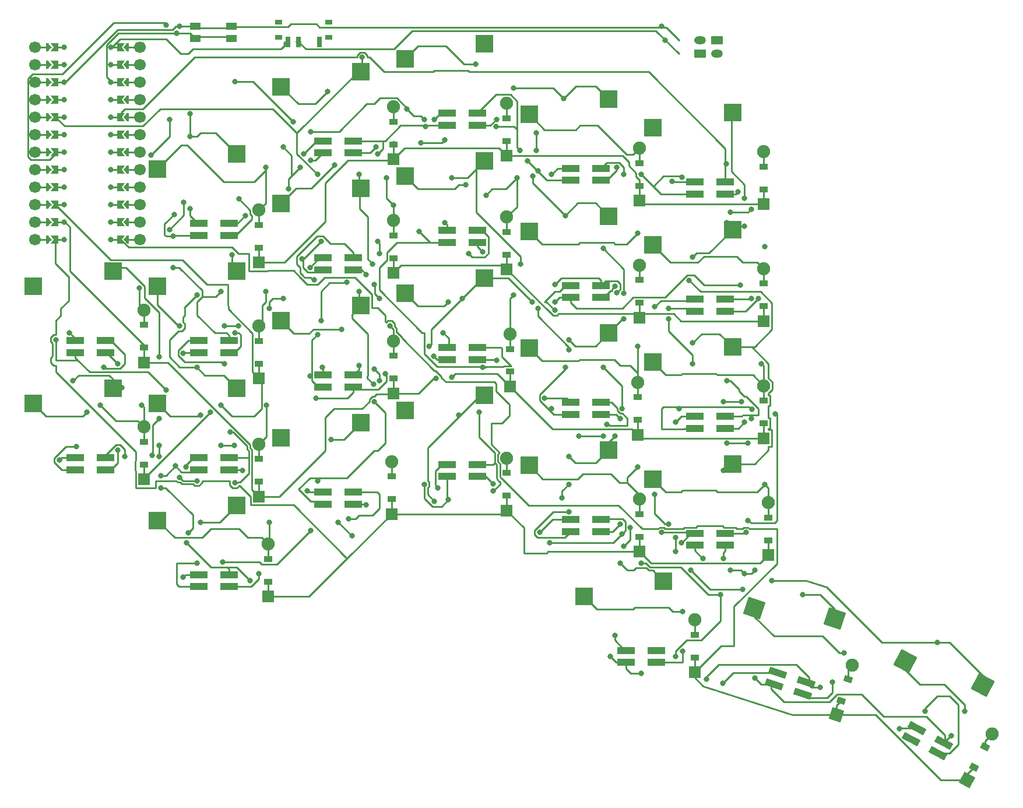
<source format=gbr>
%TF.GenerationSoftware,KiCad,Pcbnew,9.0.6*%
%TF.CreationDate,2025-11-21T16:08:53+01:00*%
%TF.ProjectId,main_pcb,6d61696e-5f70-4636-922e-6b696361645f,v1.0.0*%
%TF.SameCoordinates,Original*%
%TF.FileFunction,Copper,L1,Top*%
%TF.FilePolarity,Positive*%
%FSLAX46Y46*%
G04 Gerber Fmt 4.6, Leading zero omitted, Abs format (unit mm)*
G04 Created by KiCad (PCBNEW 9.0.6) date 2025-11-21 16:08:54*
%MOMM*%
%LPD*%
G01*
G04 APERTURE LIST*
G04 Aperture macros list*
%AMRotRect*
0 Rectangle, with rotation*
0 The origin of the aperture is its center*
0 $1 length*
0 $2 width*
0 $3 Rotation angle, in degrees counterclockwise*
0 Add horizontal line*
21,1,$1,$2,0,0,$3*%
%AMFreePoly0*
4,1,6,0.250000,0.000000,-0.250000,-0.625000,-0.500000,-0.625000,-0.500000,0.625000,-0.250000,0.625000,0.250000,0.000000,0.250000,0.000000,$1*%
%AMFreePoly1*
4,1,6,0.500000,-0.625000,-0.650000,-0.625000,-0.150000,0.000000,-0.650000,0.625000,0.500000,0.625000,0.500000,-0.625000,0.500000,-0.625000,$1*%
G04 Aperture macros list end*
%TA.AperFunction,Conductor*%
%ADD10C,0.200000*%
%TD*%
%TA.AperFunction,SMDPad,CuDef*%
%ADD11FreePoly0,180.000000*%
%TD*%
%TA.AperFunction,ComponentPad*%
%ADD12C,1.700000*%
%TD*%
%TA.AperFunction,SMDPad,CuDef*%
%ADD13FreePoly0,0.000000*%
%TD*%
%TA.AperFunction,ComponentPad*%
%ADD14C,0.800000*%
%TD*%
%TA.AperFunction,SMDPad,CuDef*%
%ADD15FreePoly1,180.000000*%
%TD*%
%TA.AperFunction,SMDPad,CuDef*%
%ADD16FreePoly1,0.000000*%
%TD*%
%TA.AperFunction,SMDPad,CuDef*%
%ADD17R,2.600000X2.600000*%
%TD*%
%TA.AperFunction,SMDPad,CuDef*%
%ADD18RotRect,2.600000X1.000000X342.000000*%
%TD*%
%TA.AperFunction,SMDPad,CuDef*%
%ADD19R,1.550000X1.000000*%
%TD*%
%TA.AperFunction,ComponentPad*%
%ADD20R,1.778000X1.778000*%
%TD*%
%TA.AperFunction,SMDPad,CuDef*%
%ADD21R,1.200000X0.900000*%
%TD*%
%TA.AperFunction,ComponentPad*%
%ADD22C,1.905000*%
%TD*%
%TA.AperFunction,ComponentPad*%
%ADD23R,1.700000X1.200000*%
%TD*%
%TA.AperFunction,ComponentPad*%
%ADD24O,1.700000X1.200000*%
%TD*%
%TA.AperFunction,SMDPad,CuDef*%
%ADD25R,1.000000X0.800000*%
%TD*%
%TA.AperFunction,SMDPad,CuDef*%
%ADD26R,0.700000X1.500000*%
%TD*%
%TA.AperFunction,SMDPad,CuDef*%
%ADD27R,2.600000X1.000000*%
%TD*%
%TA.AperFunction,ComponentPad*%
%ADD28RotRect,1.778000X1.778000X62.000000*%
%TD*%
%TA.AperFunction,SMDPad,CuDef*%
%ADD29RotRect,0.900000X1.200000X62.000000*%
%TD*%
%TA.AperFunction,ComponentPad*%
%ADD30RotRect,1.778000X1.778000X72.000000*%
%TD*%
%TA.AperFunction,SMDPad,CuDef*%
%ADD31RotRect,0.900000X1.200000X72.000000*%
%TD*%
%TA.AperFunction,SMDPad,CuDef*%
%ADD32RotRect,2.600000X2.600000X342.000000*%
%TD*%
%TA.AperFunction,SMDPad,CuDef*%
%ADD33RotRect,2.600000X2.600000X332.000000*%
%TD*%
%TA.AperFunction,SMDPad,CuDef*%
%ADD34RotRect,2.600000X1.000000X332.000000*%
%TD*%
%TA.AperFunction,ViaPad*%
%ADD35C,0.800000*%
%TD*%
%TA.AperFunction,Conductor*%
%ADD36C,0.250000*%
%TD*%
G04 APERTURE END LIST*
D10*
%TO.N,P9*%
X126000000Y-145500000D02*
X126000000Y-145000000D01*
%TD*%
D11*
%TO.P,MCU1,1*%
%TO.N,MCU1_1*%
X87100000Y-77500000D03*
D12*
X89220000Y-77500000D03*
D11*
%TO.P,MCU1,2*%
%TO.N,MCU1_2*%
X87100000Y-80040000D03*
D12*
X89220000Y-80040000D03*
D11*
%TO.P,MCU1,3*%
%TO.N,MCU1_3*%
X87100000Y-82580000D03*
D12*
X89220000Y-82580000D03*
D11*
%TO.P,MCU1,4*%
%TO.N,MCU1_4*%
X87100000Y-85120000D03*
D12*
X89220000Y-85120000D03*
D11*
%TO.P,MCU1,5*%
%TO.N,MCU1_5*%
X87100000Y-87660000D03*
D12*
X89220000Y-87660000D03*
D11*
%TO.P,MCU1,6*%
%TO.N,MCU1_6*%
X87100000Y-90200000D03*
D12*
X89220000Y-90200000D03*
D11*
%TO.P,MCU1,7*%
%TO.N,MCU1_7*%
X87100000Y-92740000D03*
D12*
X89220000Y-92740000D03*
D11*
%TO.P,MCU1,8*%
%TO.N,MCU1_8*%
X87100000Y-95280000D03*
D12*
X89220000Y-95280000D03*
D11*
%TO.P,MCU1,9*%
%TO.N,MCU1_9*%
X87100000Y-97820000D03*
D12*
X89220000Y-97820000D03*
D11*
%TO.P,MCU1,10*%
%TO.N,MCU1_10*%
X87100000Y-100360000D03*
D12*
X89220000Y-100360000D03*
D11*
%TO.P,MCU1,11*%
%TO.N,MCU1_11*%
X87100000Y-102900000D03*
D12*
X89220000Y-102900000D03*
D11*
%TO.P,MCU1,12*%
%TO.N,MCU1_12*%
X87100000Y-105440000D03*
D12*
X89220000Y-105440000D03*
%TO.P,MCU1,13*%
%TO.N,MCU1_13*%
X73980000Y-105440000D03*
D13*
X76100000Y-105440000D03*
D12*
%TO.P,MCU1,14*%
%TO.N,MCU1_14*%
X73980000Y-102900000D03*
D13*
X76100000Y-102900000D03*
D12*
%TO.P,MCU1,15*%
%TO.N,MCU1_15*%
X73980000Y-100360000D03*
D13*
X76100000Y-100360000D03*
D12*
%TO.P,MCU1,16*%
%TO.N,MCU1_16*%
X73980000Y-97820000D03*
D13*
X76100000Y-97820000D03*
D12*
%TO.P,MCU1,17*%
%TO.N,MCU1_17*%
X73980000Y-95280000D03*
D13*
X76100000Y-95280000D03*
D12*
%TO.P,MCU1,18*%
%TO.N,MCU1_18*%
X73980000Y-92740000D03*
D13*
X76100000Y-92740000D03*
D12*
%TO.P,MCU1,19*%
%TO.N,MCU1_19*%
X73980000Y-90200000D03*
D13*
X76100000Y-90200000D03*
D12*
%TO.P,MCU1,20*%
%TO.N,MCU1_20*%
X73980000Y-87660000D03*
D13*
X76100000Y-87660000D03*
D12*
%TO.P,MCU1,21*%
%TO.N,MCU1_21*%
X73980000Y-85120000D03*
D13*
X76100000Y-85120000D03*
D12*
%TO.P,MCU1,22*%
%TO.N,MCU1_22*%
X73980000Y-82580000D03*
D13*
X76100000Y-82580000D03*
D12*
%TO.P,MCU1,23*%
%TO.N,MCU1_23*%
X73980000Y-80040000D03*
D13*
X76100000Y-80040000D03*
D12*
%TO.P,MCU1,24*%
%TO.N,MCU1_24*%
X73980000Y-77500000D03*
D13*
X76100000Y-77500000D03*
D14*
%TO.P,MCU1,101*%
%TO.N,RAW*%
X85000000Y-77500000D03*
D15*
X86375000Y-77500000D03*
D14*
%TO.P,MCU1,102*%
%TO.N,GND*%
X85000000Y-80040000D03*
D15*
X86375000Y-80040000D03*
D14*
%TO.P,MCU1,103*%
%TO.N,RST*%
X85000000Y-82580000D03*
D15*
X86375000Y-82580000D03*
D14*
%TO.P,MCU1,104*%
%TO.N,VCC*%
X85000000Y-85120000D03*
D15*
X86375000Y-85120000D03*
D14*
%TO.P,MCU1,105*%
%TO.N,P21*%
X85000000Y-87660000D03*
D15*
X86375000Y-87660000D03*
D14*
%TO.P,MCU1,106*%
%TO.N,P20*%
X85000000Y-90200000D03*
D15*
X86375000Y-90200000D03*
D14*
%TO.P,MCU1,107*%
%TO.N,P19*%
X85000000Y-92740000D03*
D15*
X86375000Y-92740000D03*
D14*
%TO.P,MCU1,108*%
%TO.N,P18*%
X85000000Y-95280000D03*
D15*
X86375000Y-95280000D03*
D14*
%TO.P,MCU1,109*%
%TO.N,P15*%
X85000000Y-97820000D03*
D15*
X86375000Y-97820000D03*
D14*
%TO.P,MCU1,110*%
%TO.N,P14*%
X85000000Y-100360000D03*
D15*
X86375000Y-100360000D03*
D14*
%TO.P,MCU1,111*%
%TO.N,P16*%
X85000000Y-102900000D03*
D15*
X86375000Y-102900000D03*
D14*
%TO.P,MCU1,112*%
%TO.N,P10*%
X85000000Y-105440000D03*
D15*
X86375000Y-105440000D03*
D16*
%TO.P,MCU1,113*%
%TO.N,P9*%
X76825000Y-105440000D03*
D14*
X78200000Y-105440000D03*
D16*
%TO.P,MCU1,114*%
%TO.N,P8*%
X76825000Y-102900000D03*
D14*
X78200000Y-102900000D03*
D16*
%TO.P,MCU1,115*%
%TO.N,P7*%
X76825000Y-100360000D03*
D14*
X78200000Y-100360000D03*
D16*
%TO.P,MCU1,116*%
%TO.N,P6*%
X76825000Y-97820000D03*
D14*
X78200000Y-97820000D03*
D16*
%TO.P,MCU1,117*%
%TO.N,P5*%
X76825000Y-95280000D03*
D14*
X78200000Y-95280000D03*
D16*
%TO.P,MCU1,118*%
%TO.N,P4*%
X76825000Y-92740000D03*
D14*
X78200000Y-92740000D03*
D16*
%TO.P,MCU1,119*%
%TO.N,P3*%
X76825000Y-90200000D03*
D14*
X78200000Y-90200000D03*
D16*
%TO.P,MCU1,120*%
%TO.N,P2*%
X76825000Y-87660000D03*
D14*
X78200000Y-87660000D03*
D16*
%TO.P,MCU1,121*%
%TO.N,GND*%
X76825000Y-85120000D03*
D14*
X78200000Y-85120000D03*
D16*
%TO.P,MCU1,122*%
X76825000Y-82580000D03*
D14*
X78200000Y-82580000D03*
D16*
%TO.P,MCU1,123*%
%TO.N,P0*%
X76825000Y-80040000D03*
D14*
X78200000Y-80040000D03*
D16*
%TO.P,MCU1,124*%
%TO.N,P1*%
X76825000Y-77500000D03*
D14*
X78200000Y-77500000D03*
%TD*%
D17*
%TO.P,S11,1*%
%TO.N,P3*%
X139275000Y-94050000D03*
%TO.P,S11,2*%
%TO.N,main_middle_top*%
X127725000Y-96250000D03*
%TD*%
D18*
%TO.P,LED24,1*%
%TO.N,VCC*%
X181826812Y-168391966D03*
%TO.P,LED24,2*%
%TO.N,rgb_thumbfan_far*%
X181286032Y-170056315D03*
%TO.P,LED24,3*%
%TO.N,GND*%
X185470680Y-171415990D03*
%TO.P,LED24,4*%
%TO.N,rgb_thumbfan_home*%
X186011460Y-169751641D03*
%TD*%
D17*
%TO.P,S1,1*%
%TO.N,P1*%
X103275000Y-144050000D03*
%TO.P,S1,2*%
%TO.N,main_pinky_bottom*%
X91725000Y-146250000D03*
%TD*%
D19*
%TO.P,B2,1*%
%TO.N,GND*%
X97250000Y-74525000D03*
X102500000Y-74525000D03*
%TO.P,B2,2*%
%TO.N,RST*%
X97250000Y-76225000D03*
X102500000Y-76225000D03*
%TD*%
D17*
%TO.P,S8,1*%
%TO.N,P2*%
X121275000Y-81050000D03*
%TO.P,S8,2*%
%TO.N,main_ring_num*%
X109725000Y-83250000D03*
%TD*%
D20*
%TO.P,D3,1*%
%TO.N,P7*%
X106500000Y-125660000D03*
D21*
X106500000Y-123500000D03*
%TO.P,D3,2*%
%TO.N,main_pinky_top*%
X106500000Y-120200000D03*
D22*
X106500000Y-118040000D03*
%TD*%
D17*
%TO.P,S21,1*%
%TO.N,P0*%
X85275000Y-127050000D03*
%TO.P,S21,2*%
%TO.N,outer_outer_top*%
X73725000Y-129250000D03*
%TD*%
%TO.P,S23,1*%
%TO.N,P3*%
X165275000Y-155050000D03*
%TO.P,S23,2*%
%TO.N,thumbfan_near_thumb*%
X153725000Y-157250000D03*
%TD*%
D23*
%TO.P,JST2,1*%
%TO.N,pos*%
X173000000Y-76500000D03*
D24*
%TO.P,JST2,2*%
%TO.N,GND*%
X173000000Y-78500000D03*
%TD*%
D25*
%TO.P,SW1,*%
%TO.N,*%
X109350000Y-76085000D03*
X116650000Y-76085000D03*
X109350000Y-73875000D03*
X116650000Y-73875000D03*
D26*
%TO.P,SW1,1*%
%TO.N,N/C*%
X115250000Y-76735000D03*
%TO.P,SW1,2*%
%TO.N,pos*%
X112250000Y-76735000D03*
%TO.P,SW1,3*%
%TO.N,RAW*%
X110750000Y-76735000D03*
%TD*%
D20*
%TO.P,D10,1*%
%TO.N,P8*%
X143000000Y-126810000D03*
D21*
X143000000Y-124650000D03*
%TO.P,D10,2*%
%TO.N,main_middle_home*%
X143000000Y-121350000D03*
D22*
X143000000Y-119190000D03*
%TD*%
D17*
%TO.P,S15,1*%
%TO.N,P4*%
X157275000Y-102050000D03*
%TO.P,S15,2*%
%TO.N,main_index_top*%
X145725000Y-104250000D03*
%TD*%
D27*
%TO.P,LED14,1*%
%TO.N,VCC*%
X151800000Y-129125000D03*
%TO.P,LED14,2*%
%TO.N,rgb_main_index_top*%
X151800000Y-130875000D03*
%TO.P,LED14,3*%
%TO.N,GND*%
X156200000Y-130875000D03*
%TO.P,LED14,4*%
%TO.N,rgb_main_index_home*%
X156200000Y-129125000D03*
%TD*%
D20*
%TO.P,D8,1*%
%TO.N,P6*%
X126000000Y-93810000D03*
D21*
X126000000Y-91650000D03*
%TO.P,D8,2*%
%TO.N,main_ring_num*%
X126000000Y-88350000D03*
D22*
X126000000Y-86190000D03*
%TD*%
D17*
%TO.P,S9,1*%
%TO.N,P3*%
X139275000Y-128050000D03*
%TO.P,S9,2*%
%TO.N,main_middle_bottom*%
X127725000Y-130250000D03*
%TD*%
D27*
%TO.P,LED22,1*%
%TO.N,VCC*%
X79800000Y-120125000D03*
%TO.P,LED22,2*%
%TO.N,rgb_main_pinky_home*%
X79800000Y-121875000D03*
%TO.P,LED22,3*%
%TO.N,GND*%
X84200000Y-121875000D03*
%TO.P,LED22,4*%
%TO.N,rgb_main_outer_home*%
X84200000Y-120125000D03*
%TD*%
D28*
%TO.P,D25,1*%
%TO.N,P10*%
X209384174Y-183971803D03*
D29*
X210398233Y-182064637D03*
%TO.P,D25,2*%
%TO.N,thumbfan_far_thumb*%
X211947489Y-179150909D03*
D22*
X212961548Y-177243743D03*
%TD*%
D17*
%TO.P,S13,1*%
%TO.N,P4*%
X157275000Y-136050000D03*
%TO.P,S13,2*%
%TO.N,main_index_bottom*%
X145725000Y-138250000D03*
%TD*%
D20*
%TO.P,D23,1*%
%TO.N,P10*%
X169800000Y-168310000D03*
D21*
X169800000Y-166150000D03*
%TO.P,D23,2*%
%TO.N,thumbfan_near_thumb*%
X169800000Y-162850000D03*
D22*
X169800000Y-160690000D03*
%TD*%
D20*
%TO.P,D5,1*%
%TO.N,P9*%
X125800000Y-145310000D03*
D21*
X125800000Y-143150000D03*
%TO.P,D5,2*%
%TO.N,main_ring_bottom*%
X125800000Y-139850000D03*
D22*
X125800000Y-137690000D03*
%TD*%
D20*
%TO.P,D1,1*%
%TO.N,P9*%
X107800000Y-157310000D03*
D21*
X107800000Y-155150000D03*
%TO.P,D1,2*%
%TO.N,main_pinky_bottom*%
X107800000Y-151850000D03*
D22*
X107800000Y-149690000D03*
%TD*%
D20*
%TO.P,D4,1*%
%TO.N,P6*%
X106500000Y-108810000D03*
D21*
X106500000Y-106650000D03*
%TO.P,D4,2*%
%TO.N,main_pinky_num*%
X106500000Y-103350000D03*
D22*
X106500000Y-101190000D03*
%TD*%
D27*
%TO.P,LED21,1*%
%TO.N,VCC*%
X79800000Y-137125000D03*
%TO.P,LED21,2*%
%TO.N,rgb_main_outer_home*%
X79800000Y-138875000D03*
%TO.P,LED21,3*%
%TO.N,GND*%
X84200000Y-138875000D03*
%TO.P,LED21,4*%
%TO.N,rgb_main_outer_top*%
X84200000Y-137125000D03*
%TD*%
D17*
%TO.P,S17,1*%
%TO.N,P5*%
X175275000Y-138050000D03*
%TO.P,S17,2*%
%TO.N,main_inner_bottom*%
X163725000Y-140250000D03*
%TD*%
D27*
%TO.P,LED12,1*%
%TO.N,VCC*%
X133800000Y-87125000D03*
%TO.P,LED12,2*%
%TO.N,rgb_main_ring_num*%
X133800000Y-88875000D03*
%TO.P,LED12,3*%
%TO.N,GND*%
X138200000Y-88875000D03*
%TO.P,LED12,4*%
%TO.N,rgb_main_middle_num*%
X138200000Y-87125000D03*
%TD*%
%TO.P,LED2,1*%
%TO.N,VCC*%
X97800000Y-137125000D03*
%TO.P,LED2,2*%
%TO.N,rgb_main_pinky_bottom*%
X97800000Y-138875000D03*
%TO.P,LED2,3*%
%TO.N,GND*%
X102200000Y-138875000D03*
%TO.P,LED2,4*%
%TO.N,rgb_main_pinky_home*%
X102200000Y-137125000D03*
%TD*%
D20*
%TO.P,D6,1*%
%TO.N,P8*%
X126000000Y-127810000D03*
D21*
X126000000Y-125650000D03*
%TO.P,D6,2*%
%TO.N,main_ring_home*%
X126000000Y-122350000D03*
D22*
X126000000Y-120190000D03*
%TD*%
D27*
%TO.P,LED23,1*%
%TO.N,VCC*%
X159800000Y-165125000D03*
%TO.P,LED23,2*%
%TO.N,rgb_thumbfan_home*%
X159800000Y-166875000D03*
%TO.P,LED23,3*%
%TO.N,GND*%
X164200000Y-166875000D03*
%TO.P,LED23,4*%
%TO.N,rgb_thumbfan_near_thumb*%
X164200000Y-165125000D03*
%TD*%
D20*
%TO.P,D9,1*%
%TO.N,P9*%
X142500000Y-144810000D03*
D21*
X142500000Y-142650000D03*
%TO.P,D9,2*%
%TO.N,main_middle_bottom*%
X142500000Y-139350000D03*
D22*
X142500000Y-137190000D03*
%TD*%
D17*
%TO.P,S2,1*%
%TO.N,P1*%
X103275000Y-127050000D03*
%TO.P,S2,2*%
%TO.N,main_pinky_home*%
X91725000Y-129250000D03*
%TD*%
D23*
%TO.P,JST1,1*%
%TO.N,pos*%
X170550000Y-78500000D03*
D24*
%TO.P,JST1,2*%
%TO.N,GND*%
X170550000Y-76500000D03*
%TD*%
D20*
%TO.P,D13,1*%
%TO.N,P9*%
X161800000Y-150810000D03*
D21*
X161800000Y-148650000D03*
%TO.P,D13,2*%
%TO.N,main_index_bottom*%
X161800000Y-145350000D03*
D22*
X161800000Y-143190000D03*
%TD*%
D17*
%TO.P,S12,1*%
%TO.N,P3*%
X139275000Y-77050000D03*
%TO.P,S12,2*%
%TO.N,main_middle_num*%
X127725000Y-79250000D03*
%TD*%
%TO.P,S14,1*%
%TO.N,P4*%
X157275000Y-119050000D03*
%TO.P,S14,2*%
%TO.N,main_index_home*%
X145725000Y-121250000D03*
%TD*%
%TO.P,S4,1*%
%TO.N,P1*%
X103275000Y-93050000D03*
%TO.P,S4,2*%
%TO.N,main_pinky_num*%
X91725000Y-95250000D03*
%TD*%
D27*
%TO.P,LED20,1*%
%TO.N,VCC*%
X169800000Y-97125000D03*
%TO.P,LED20,2*%
%TO.N,rgb_main_index_num*%
X169800000Y-98875000D03*
%TO.P,LED20,3*%
%TO.N,GND*%
X174200000Y-98875000D03*
%TO.P,LED20,4*%
%TO.N,P21*%
X174200000Y-97125000D03*
%TD*%
D20*
%TO.P,D17,1*%
%TO.N,P9*%
X180500000Y-151310000D03*
D21*
X180500000Y-149150000D03*
%TO.P,D17,2*%
%TO.N,main_inner_bottom*%
X180500000Y-145850000D03*
D22*
X180500000Y-143690000D03*
%TD*%
D17*
%TO.P,S18,1*%
%TO.N,P5*%
X175275000Y-121050000D03*
%TO.P,S18,2*%
%TO.N,main_inner_home*%
X163725000Y-123250000D03*
%TD*%
D27*
%TO.P,LED7,1*%
%TO.N,VCC*%
X115800000Y-108125000D03*
%TO.P,LED7,2*%
%TO.N,rgb_main_middle_top*%
X115800000Y-109875000D03*
%TO.P,LED7,3*%
%TO.N,GND*%
X120200000Y-109875000D03*
%TO.P,LED7,4*%
%TO.N,rgb_main_ring_top*%
X120200000Y-108125000D03*
%TD*%
D17*
%TO.P,S3,1*%
%TO.N,P1*%
X103275000Y-110050000D03*
%TO.P,S3,2*%
%TO.N,main_pinky_top*%
X91725000Y-112250000D03*
%TD*%
D20*
%TO.P,D21,1*%
%TO.N,P7*%
X89800000Y-140310000D03*
D21*
X89800000Y-138150000D03*
%TO.P,D21,2*%
%TO.N,outer_outer_top*%
X89800000Y-134850000D03*
D22*
X89800000Y-132690000D03*
%TD*%
D27*
%TO.P,LED11,1*%
%TO.N,VCC*%
X133800000Y-104125000D03*
%TO.P,LED11,2*%
%TO.N,rgb_main_middle_home*%
X133800000Y-105875000D03*
%TO.P,LED11,3*%
%TO.N,GND*%
X138200000Y-105875000D03*
%TO.P,LED11,4*%
%TO.N,rgb_main_middle_top*%
X138200000Y-104125000D03*
%TD*%
%TO.P,LED1,1*%
%TO.N,VCC*%
X97800000Y-154125000D03*
%TO.P,LED1,2*%
%TO.N,rgb_main_ring_bottom*%
X97800000Y-155875000D03*
%TO.P,LED1,3*%
%TO.N,GND*%
X102200000Y-155875000D03*
%TO.P,LED1,4*%
%TO.N,rgb_main_pinky_bottom*%
X102200000Y-154125000D03*
%TD*%
D20*
%TO.P,D18,1*%
%TO.N,P8*%
X179800000Y-134310000D03*
D21*
X179800000Y-132150000D03*
%TO.P,D18,2*%
%TO.N,main_inner_home*%
X179800000Y-128850000D03*
D22*
X179800000Y-126690000D03*
%TD*%
D30*
%TO.P,D24,1*%
%TO.N,P10*%
X190353157Y-174511251D03*
D31*
X191020634Y-172456969D03*
%TO.P,D24,2*%
%TO.N,thumbfan_home_thumb*%
X192040390Y-169318483D03*
D22*
X192707867Y-167264201D03*
%TD*%
D27*
%TO.P,LED13,1*%
%TO.N,VCC*%
X151800000Y-146125000D03*
%TO.P,LED13,2*%
%TO.N,rgb_main_index_home*%
X151800000Y-147875000D03*
%TO.P,LED13,3*%
%TO.N,GND*%
X156200000Y-147875000D03*
%TO.P,LED13,4*%
%TO.N,rgb_main_index_bottom*%
X156200000Y-146125000D03*
%TD*%
D17*
%TO.P,S16,1*%
%TO.N,P4*%
X157275000Y-85050000D03*
%TO.P,S16,2*%
%TO.N,main_index_num*%
X145725000Y-87250000D03*
%TD*%
D32*
%TO.P,S24,1*%
%TO.N,P4*%
X190147192Y-160501939D03*
%TO.P,S24,2*%
%TO.N,thumbfan_home_thumb*%
X178482652Y-159025117D03*
%TD*%
D20*
%TO.P,D19,1*%
%TO.N,P7*%
X179800000Y-117310000D03*
D21*
X179800000Y-115150000D03*
%TO.P,D19,2*%
%TO.N,main_inner_top*%
X179800000Y-111850000D03*
D22*
X179800000Y-109690000D03*
%TD*%
D33*
%TO.P,S25,1*%
%TO.N,P5*%
X211614029Y-170139559D03*
%TO.P,S25,2*%
%TO.N,thumbfan_far_thumb*%
X200383147Y-166659647D03*
%TD*%
D27*
%TO.P,LED3,1*%
%TO.N,VCC*%
X97800000Y-120125000D03*
%TO.P,LED3,2*%
%TO.N,rgb_main_outer_top*%
X97800000Y-121875000D03*
%TO.P,LED3,3*%
%TO.N,GND*%
X102200000Y-121875000D03*
%TO.P,LED3,4*%
%TO.N,rgb_main_pinky_top*%
X102200000Y-120125000D03*
%TD*%
D20*
%TO.P,D14,1*%
%TO.N,P8*%
X161500000Y-133810000D03*
D21*
X161500000Y-131650000D03*
%TO.P,D14,2*%
%TO.N,main_index_home*%
X161500000Y-128350000D03*
D22*
X161500000Y-126190000D03*
%TD*%
D27*
%TO.P,LED10,1*%
%TO.N,VCC*%
X133800000Y-121125000D03*
%TO.P,LED10,2*%
%TO.N,rgb_main_middle_bottom*%
X133800000Y-122875000D03*
%TO.P,LED10,3*%
%TO.N,GND*%
X138200000Y-122875000D03*
%TO.P,LED10,4*%
%TO.N,rgb_main_middle_home*%
X138200000Y-121125000D03*
%TD*%
%TO.P,LED19,1*%
%TO.N,VCC*%
X169800000Y-114125000D03*
%TO.P,LED19,2*%
%TO.N,rgb_main_inner_home*%
X169800000Y-115875000D03*
%TO.P,LED19,3*%
%TO.N,GND*%
X174200000Y-115875000D03*
%TO.P,LED19,4*%
%TO.N,rgb_main_inner_top*%
X174200000Y-114125000D03*
%TD*%
%TO.P,LED8,1*%
%TO.N,VCC*%
X115800000Y-91125000D03*
%TO.P,LED8,2*%
%TO.N,rgb_main_pinky_num*%
X115800000Y-92875000D03*
%TO.P,LED8,3*%
%TO.N,GND*%
X120200000Y-92875000D03*
%TO.P,LED8,4*%
%TO.N,rgb_main_ring_num*%
X120200000Y-91125000D03*
%TD*%
D17*
%TO.P,S22,1*%
%TO.N,P0*%
X85275000Y-110050000D03*
%TO.P,S22,2*%
%TO.N,outer_outer_home*%
X73725000Y-112250000D03*
%TD*%
D20*
%TO.P,D20,1*%
%TO.N,P6*%
X179800000Y-100310000D03*
D21*
X179800000Y-98150000D03*
%TO.P,D20,2*%
%TO.N,main_inner_num*%
X179800000Y-94850000D03*
D22*
X179800000Y-92690000D03*
%TD*%
D17*
%TO.P,S7,1*%
%TO.N,P2*%
X121275000Y-98050000D03*
%TO.P,S7,2*%
%TO.N,main_ring_top*%
X109725000Y-100250000D03*
%TD*%
%TO.P,S5,1*%
%TO.N,P2*%
X121275000Y-132050000D03*
%TO.P,S5,2*%
%TO.N,main_ring_bottom*%
X109725000Y-134250000D03*
%TD*%
%TO.P,S10,1*%
%TO.N,P3*%
X139275000Y-111050000D03*
%TO.P,S10,2*%
%TO.N,main_middle_home*%
X127725000Y-113250000D03*
%TD*%
D34*
%TO.P,LED25,1*%
%TO.N,VCC*%
X202049965Y-176464899D03*
%TO.P,LED25,2*%
%TO.N,N/C*%
X201228390Y-178010058D03*
%TO.P,LED25,3*%
%TO.N,GND*%
X205113359Y-180075733D03*
%TO.P,LED25,4*%
%TO.N,rgb_thumbfan_far*%
X205934934Y-178530574D03*
%TD*%
D27*
%TO.P,LED6,1*%
%TO.N,VCC*%
X115800000Y-125125000D03*
%TO.P,LED6,2*%
%TO.N,rgb_main_ring_top*%
X115800000Y-126875000D03*
%TO.P,LED6,3*%
%TO.N,GND*%
X120200000Y-126875000D03*
%TO.P,LED6,4*%
%TO.N,rgb_main_ring_home*%
X120200000Y-125125000D03*
%TD*%
D17*
%TO.P,S19,1*%
%TO.N,P5*%
X175275000Y-104050000D03*
%TO.P,S19,2*%
%TO.N,main_inner_top*%
X163725000Y-106250000D03*
%TD*%
D27*
%TO.P,LED4,1*%
%TO.N,VCC*%
X97800000Y-103125000D03*
%TO.P,LED4,2*%
%TO.N,rgb_main_pinky_top*%
X97800000Y-104875000D03*
%TO.P,LED4,3*%
%TO.N,GND*%
X102200000Y-104875000D03*
%TO.P,LED4,4*%
%TO.N,rgb_main_pinky_num*%
X102200000Y-103125000D03*
%TD*%
%TO.P,LED17,1*%
%TO.N,VCC*%
X169800000Y-148125000D03*
%TO.P,LED17,2*%
%TO.N,rgb_thumbfan_near*%
X169800000Y-149875000D03*
%TO.P,LED17,3*%
%TO.N,GND*%
X174200000Y-149875000D03*
%TO.P,LED17,4*%
%TO.N,rgb_main_inner_bottom*%
X174200000Y-148125000D03*
%TD*%
D20*
%TO.P,D7,1*%
%TO.N,P7*%
X126000000Y-110310000D03*
D21*
X126000000Y-108150000D03*
%TO.P,D7,2*%
%TO.N,main_ring_top*%
X126000000Y-104850000D03*
D22*
X126000000Y-102690000D03*
%TD*%
D20*
%TO.P,D16,1*%
%TO.N,P6*%
X161800000Y-99810000D03*
D21*
X161800000Y-97650000D03*
%TO.P,D16,2*%
%TO.N,main_index_num*%
X161800000Y-94350000D03*
D22*
X161800000Y-92190000D03*
%TD*%
D27*
%TO.P,LED16,1*%
%TO.N,VCC*%
X151800000Y-95125000D03*
%TO.P,LED16,2*%
%TO.N,rgb_main_middle_num*%
X151800000Y-96875000D03*
%TO.P,LED16,3*%
%TO.N,GND*%
X156200000Y-96875000D03*
%TO.P,LED16,4*%
%TO.N,rgb_main_index_num*%
X156200000Y-95125000D03*
%TD*%
%TO.P,LED5,1*%
%TO.N,VCC*%
X115800000Y-142125000D03*
%TO.P,LED5,2*%
%TO.N,rgb_main_ring_home*%
X115800000Y-143875000D03*
%TO.P,LED5,3*%
%TO.N,GND*%
X120200000Y-143875000D03*
%TO.P,LED5,4*%
%TO.N,rgb_main_ring_bottom*%
X120200000Y-142125000D03*
%TD*%
%TO.P,LED15,1*%
%TO.N,VCC*%
X151800000Y-112125000D03*
%TO.P,LED15,2*%
%TO.N,rgb_main_inner_top*%
X151800000Y-113875000D03*
%TO.P,LED15,3*%
%TO.N,GND*%
X156200000Y-113875000D03*
%TO.P,LED15,4*%
%TO.N,rgb_main_index_top*%
X156200000Y-112125000D03*
%TD*%
D20*
%TO.P,D11,1*%
%TO.N,P7*%
X142500000Y-109810000D03*
D21*
X142500000Y-107650000D03*
%TO.P,D11,2*%
%TO.N,main_middle_top*%
X142500000Y-104350000D03*
D22*
X142500000Y-102190000D03*
%TD*%
D17*
%TO.P,S20,1*%
%TO.N,P5*%
X175275000Y-87050000D03*
%TO.P,S20,2*%
%TO.N,main_inner_num*%
X163725000Y-89250000D03*
%TD*%
D20*
%TO.P,D15,1*%
%TO.N,P7*%
X161800000Y-116810000D03*
D21*
X161800000Y-114650000D03*
%TO.P,D15,2*%
%TO.N,main_index_top*%
X161800000Y-111350000D03*
D22*
X161800000Y-109190000D03*
%TD*%
D27*
%TO.P,LED9,1*%
%TO.N,VCC*%
X133800000Y-138125000D03*
%TO.P,LED9,2*%
%TO.N,rgb_main_index_bottom*%
X133800000Y-139875000D03*
%TO.P,LED9,3*%
%TO.N,GND*%
X138200000Y-139875000D03*
%TO.P,LED9,4*%
%TO.N,rgb_main_middle_bottom*%
X138200000Y-138125000D03*
%TD*%
%TO.P,LED18,1*%
%TO.N,VCC*%
X169800000Y-131125000D03*
%TO.P,LED18,2*%
%TO.N,rgb_main_inner_bottom*%
X169800000Y-132875000D03*
%TO.P,LED18,3*%
%TO.N,GND*%
X174200000Y-132875000D03*
%TO.P,LED18,4*%
%TO.N,rgb_main_inner_home*%
X174200000Y-131125000D03*
%TD*%
D20*
%TO.P,D12,1*%
%TO.N,P6*%
X142500000Y-93310000D03*
D21*
X142500000Y-91150000D03*
%TO.P,D12,2*%
%TO.N,main_middle_num*%
X142500000Y-87850000D03*
D22*
X142500000Y-85690000D03*
%TD*%
D20*
%TO.P,D22,1*%
%TO.N,P8*%
X89800000Y-123310000D03*
D21*
X89800000Y-121150000D03*
%TO.P,D22,2*%
%TO.N,outer_outer_home*%
X89800000Y-117850000D03*
D22*
X89800000Y-115690000D03*
%TD*%
D17*
%TO.P,S6,1*%
%TO.N,P2*%
X121275000Y-115050000D03*
%TO.P,S6,2*%
%TO.N,main_ring_home*%
X109725000Y-117250000D03*
%TD*%
D20*
%TO.P,D2,1*%
%TO.N,P8*%
X106500000Y-142810000D03*
D21*
X106500000Y-140650000D03*
%TO.P,D2,2*%
%TO.N,main_pinky_home*%
X106500000Y-137350000D03*
D22*
X106500000Y-135190000D03*
%TD*%
D35*
%TO.N,P1*%
X102624847Y-107650153D03*
X92000000Y-135324000D03*
X95561297Y-100061297D03*
X98000000Y-146500000D03*
X97500000Y-124000000D03*
X93500000Y-104000000D03*
X91987347Y-136987347D03*
X96500000Y-90500000D03*
X96500000Y-87225000D03*
X95000000Y-140000000D03*
X97500000Y-140500000D03*
X97500000Y-113500000D03*
%TO.N,P2*%
X121000000Y-96000000D03*
X117000000Y-134500000D03*
X115000000Y-96000000D03*
X123134556Y-126501000D03*
X121500000Y-79000000D03*
X121275000Y-81050000D03*
X123000000Y-109000000D03*
X121000000Y-113000000D03*
%TO.N,P3*%
X132000000Y-143500000D03*
X146175000Y-114510306D03*
X134500000Y-96500000D03*
X159000000Y-152500000D03*
X135500000Y-131000000D03*
X128000000Y-86500000D03*
X130512653Y-88012653D03*
X136000000Y-114000000D03*
X130000000Y-91449000D03*
X131225000Y-121000000D03*
X144500000Y-109000000D03*
X133500000Y-91000000D03*
X139500000Y-77000000D03*
X114000000Y-89815500D03*
%TO.N,P4*%
X151500000Y-120000000D03*
X146750000Y-92500000D03*
X151500000Y-137000000D03*
X111512653Y-88365500D03*
X159500000Y-113250000D03*
X93000000Y-74275000D03*
X146250000Y-96250000D03*
X156500000Y-106750000D03*
X164000000Y-142500000D03*
X185500000Y-157000000D03*
X102987347Y-82487347D03*
X143500000Y-83500000D03*
X159250000Y-130000000D03*
X150750000Y-85000000D03*
X167000000Y-150750000D03*
X169250000Y-153500000D03*
X159500000Y-117000000D03*
X146750000Y-90000000D03*
X156500000Y-124000000D03*
X176750000Y-156250000D03*
X167000000Y-148750000D03*
X166026013Y-146775000D03*
X158250000Y-134000000D03*
X151000000Y-102000000D03*
%TO.N,P5*%
X173918086Y-139021312D03*
X181000000Y-155000000D03*
X169500000Y-120500000D03*
X93500000Y-88000000D03*
X169500000Y-108000000D03*
X205000000Y-164000000D03*
X177000000Y-103500000D03*
X90812880Y-93187121D03*
X175500000Y-87000000D03*
X169000000Y-111400000D03*
X174500000Y-103000000D03*
X177000000Y-99500000D03*
%TO.N,P0*%
X92000000Y-122500000D03*
X79500000Y-126000000D03*
X86551000Y-127000000D03*
X85500000Y-109500000D03*
%TO.N,RAW*%
X110500000Y-77000000D03*
%TO.N,GND*%
X123275000Y-112000000D03*
X203250000Y-174000000D03*
X86000000Y-123500000D03*
X103000000Y-119000000D03*
X159000000Y-131500000D03*
X139000000Y-107250000D03*
X168000000Y-165250000D03*
X176100002Y-98500000D03*
X124863342Y-124931671D03*
X174000000Y-129000000D03*
X86000000Y-136000000D03*
X179000000Y-114000000D03*
X122082087Y-110520522D03*
X106500000Y-154000000D03*
X189750000Y-169750000D03*
X124000000Y-114000000D03*
X103566315Y-99586081D03*
X122100002Y-144000000D03*
X123500000Y-92000000D03*
X104100002Y-139000000D03*
X165000000Y-74500000D03*
X95000000Y-74500000D03*
X159000000Y-146750000D03*
X141000000Y-88000000D03*
X158500000Y-95000000D03*
X158250000Y-112250000D03*
X174000000Y-151750000D03*
X141000000Y-123000000D03*
X177000000Y-132000000D03*
X140487347Y-140987347D03*
X176551000Y-129000000D03*
X114750000Y-128500000D03*
%TO.N,RST*%
X94500000Y-75500000D03*
%TO.N,VCC*%
X148000000Y-128500000D03*
X173875000Y-169875000D03*
X132000000Y-88000000D03*
X167899998Y-149500000D03*
X96500000Y-101000000D03*
X118000000Y-146500000D03*
X133250000Y-119000000D03*
X147250000Y-148000000D03*
X165000000Y-148000000D03*
X132500000Y-141500000D03*
X115750000Y-124000000D03*
X95500000Y-154500000D03*
X149500000Y-115750000D03*
X79000000Y-119000000D03*
X149000000Y-96000000D03*
X101500000Y-123500000D03*
X120000000Y-148500000D03*
X164000000Y-115250000D03*
X113899998Y-109500000D03*
X199500000Y-176500000D03*
X113512653Y-141987347D03*
X166500000Y-97000000D03*
X113012653Y-92987347D03*
X77500000Y-137500000D03*
X158174000Y-163000000D03*
X95899998Y-138500000D03*
X167000000Y-132000000D03*
X133500000Y-103000000D03*
%TO.N,P21*%
X178000000Y-101035000D03*
X174399000Y-94500000D03*
X175000000Y-101500000D03*
%TO.N,P7*%
X101000000Y-129500000D03*
X99465554Y-130534446D03*
%TO.N,P8*%
X134500000Y-125449000D03*
X132225000Y-125625000D03*
%TO.N,main_pinky_bottom*%
X108000000Y-146500000D03*
%TO.N,main_pinky_home*%
X107601000Y-129500000D03*
X97987347Y-130987347D03*
X101000000Y-135324000D03*
X102925000Y-135324000D03*
%TO.N,main_pinky_top*%
X103474694Y-118000000D03*
X95000000Y-118000000D03*
X101475000Y-118000000D03*
X107500000Y-113000000D03*
%TO.N,main_pinky_num*%
X107500000Y-95000000D03*
%TO.N,main_ring_bottom*%
X110000000Y-135000000D03*
%TO.N,main_ring_home*%
X118500000Y-118500000D03*
X125500000Y-118000000D03*
X109725000Y-117250000D03*
%TO.N,main_ring_top*%
X117500000Y-94676000D03*
X126000000Y-100500000D03*
X125000000Y-96500000D03*
%TO.N,main_ring_num*%
X116500000Y-84000000D03*
%TO.N,main_middle_bottom*%
X128000000Y-130500000D03*
%TO.N,main_middle_home*%
X134000000Y-114500000D03*
X143500000Y-113500000D03*
%TO.N,main_middle_top*%
X144000000Y-96500000D03*
X136500000Y-97500000D03*
X139500000Y-99000000D03*
%TO.N,main_middle_num*%
X138000000Y-80000000D03*
%TO.N,main_index_bottom*%
X161500000Y-138500000D03*
%TO.N,main_index_home*%
X161500000Y-121000000D03*
%TO.N,main_index_top*%
X161500000Y-104500000D03*
%TO.N,main_inner_bottom*%
X180000000Y-141000000D03*
%TO.N,main_inner_home*%
X179500000Y-123500000D03*
%TO.N,main_inner_top*%
X180000000Y-106500000D03*
%TO.N,main_inner_num*%
X164000000Y-89500000D03*
%TO.N,outer_outer_top*%
X83475000Y-129500000D03*
X81500000Y-130500000D03*
X89500000Y-129500000D03*
%TO.N,outer_outer_home*%
X89133398Y-112516675D03*
X74000000Y-113000000D03*
%TO.N,thumbfan_near_thumb*%
X168000000Y-159500000D03*
%TO.N,thumbfan_home_thumb*%
X191500000Y-165500000D03*
%TO.N,thumbfan_far_thumb*%
X209000000Y-174000000D03*
%TO.N,rgb_main_pinky_bottom*%
X92250000Y-141500000D03*
X96000000Y-149500000D03*
X105250000Y-155000000D03*
X94387653Y-138362347D03*
X96250000Y-148048100D03*
X92250000Y-139750000D03*
%TO.N,rgb_main_ring_bottom*%
X97500000Y-152500000D03*
X119500000Y-146000000D03*
X114000000Y-147750000D03*
X101250000Y-152324000D03*
%TO.N,rgb_main_pinky_home*%
X103000000Y-140800000D03*
X93000000Y-127349998D03*
X102330521Y-133399413D03*
X77000000Y-120000000D03*
%TO.N,rgb_main_pinky_top*%
X94000000Y-105000000D03*
X94000000Y-109500000D03*
X94163823Y-101836177D03*
X108000000Y-115500000D03*
X110000000Y-114048100D03*
X100990871Y-113009152D03*
%TO.N,rgb_main_outer_top*%
X95500000Y-122000000D03*
X91000000Y-136774000D03*
X92000000Y-131500000D03*
X87000000Y-137000000D03*
%TO.N,rgb_main_pinky_num*%
X110799848Y-98149846D03*
X110000000Y-92000000D03*
X112500000Y-95000000D03*
X114012653Y-93987347D03*
X104500000Y-102000000D03*
%TO.N,rgb_main_ring_home*%
X124000003Y-126000000D03*
X121000000Y-123750000D03*
X123250000Y-129000000D03*
X115000000Y-140500000D03*
X123250000Y-124250000D03*
%TO.N,rgb_main_ring_top*%
X114487347Y-111275000D03*
X115500000Y-117250000D03*
X113899998Y-125324000D03*
X119250000Y-111676000D03*
X115000000Y-119250000D03*
%TO.N,rgb_main_middle_top*%
X112750000Y-108250000D03*
X124000000Y-107500000D03*
X115500000Y-105750000D03*
X137000000Y-107500000D03*
X123750000Y-105750000D03*
%TO.N,rgb_main_ring_num*%
X130725000Y-89012573D03*
X123775000Y-93000000D03*
%TO.N,rgb_main_middle_bottom*%
X140500000Y-142000000D03*
X131900001Y-122401696D03*
X138500000Y-130500000D03*
%TO.N,rgb_main_index_bottom*%
X159250000Y-148226000D03*
X130500000Y-141000000D03*
X148750000Y-149500000D03*
X134000000Y-143250000D03*
%TO.N,rgb_main_middle_home*%
X139000000Y-124000000D03*
X129750000Y-104250000D03*
%TO.N,rgb_main_middle_num*%
X140963000Y-89062306D03*
X147000000Y-95500000D03*
X144450347Y-92549653D03*
X145500000Y-94035000D03*
%TO.N,rgb_main_index_home*%
X151500000Y-141000000D03*
X150500000Y-143000000D03*
X156500000Y-134000000D03*
X157000000Y-132275000D03*
X153000000Y-134000000D03*
X151500000Y-145000000D03*
%TO.N,rgb_main_index_top*%
X158500509Y-113218117D03*
X149500000Y-112000000D03*
X149000000Y-130000000D03*
X147000000Y-115500000D03*
X151500000Y-121500000D03*
X151000000Y-124000000D03*
%TO.N,rgb_main_inner_top*%
X178000000Y-114000000D03*
X176409500Y-112090500D03*
X149500000Y-114500000D03*
%TO.N,rgb_main_index_num*%
X167917913Y-96400000D03*
X162012653Y-95987347D03*
X159500000Y-96000000D03*
%TO.N,rgb_main_inner_bottom*%
X177500000Y-146250000D03*
X167500000Y-130000000D03*
X178124847Y-130150153D03*
X175000000Y-153500000D03*
X178512653Y-153487347D03*
X181500000Y-130750000D03*
X177250000Y-148000000D03*
X176987347Y-154012653D03*
%TO.N,rgb_thumbfan_near*%
X171000000Y-151775000D03*
X167000000Y-166000000D03*
X162000000Y-152449000D03*
X159500000Y-150000000D03*
X173500000Y-157000000D03*
X160450999Y-147285191D03*
%TO.N,rgb_main_inner_home*%
X174500000Y-126000000D03*
X178000000Y-131500000D03*
X178000000Y-131500000D03*
X177500000Y-135035000D03*
X166000000Y-117000000D03*
X169500000Y-123500000D03*
X166000000Y-115500000D03*
X174500000Y-135035000D03*
%TO.N,rgb_main_outer_home*%
X84000000Y-123998000D03*
X80000000Y-135500000D03*
%TO.N,rgb_thumbfan_home*%
X171500000Y-169331315D03*
X157512653Y-165987347D03*
X162000000Y-168500000D03*
X188000000Y-170500000D03*
%TO.N,rgb_thumbfan_far*%
X207022730Y-177496838D03*
X178500000Y-169116966D03*
%TO.N,pos*%
X112250000Y-76735000D03*
X165500000Y-76500000D03*
%TD*%
D36*
%TO.N,P1*%
X97500000Y-113500000D02*
X95617549Y-115382451D01*
X100825000Y-146500000D02*
X98000000Y-146500000D01*
X97500000Y-90500000D02*
X98000000Y-90000000D01*
X103275000Y-144050000D02*
X100825000Y-146500000D01*
X92000000Y-135324000D02*
X92000000Y-137000000D01*
X98000000Y-90000000D02*
X100225000Y-90000000D01*
X96500000Y-90500000D02*
X96500000Y-87225000D01*
X100225000Y-90000000D02*
X103275000Y-93050000D01*
X95500000Y-116735099D02*
X95500000Y-117473280D01*
X102624847Y-107650153D02*
X102624847Y-109399847D01*
X93500000Y-104000000D02*
X95561297Y-101938703D01*
X95617549Y-115382451D02*
X95726900Y-115491801D01*
X101399000Y-125174000D02*
X103275000Y-127050000D01*
X95500000Y-140500000D02*
X97500000Y-140500000D01*
X92000000Y-137000000D02*
X91987347Y-136987347D01*
X97473000Y-124000000D02*
X98647000Y-125174000D01*
X76950000Y-77500000D02*
X78325000Y-77500000D01*
X95000000Y-124000000D02*
X97473000Y-124000000D01*
X95300720Y-118726000D02*
X94774000Y-118726000D01*
X95726900Y-115491801D02*
X95726900Y-116508199D01*
X94774000Y-118726000D02*
X93500000Y-120000000D01*
X96500000Y-90500000D02*
X97500000Y-90500000D01*
X98647000Y-125174000D02*
X101399000Y-125174000D01*
X93500000Y-120000000D02*
X93500000Y-122500000D01*
X95561297Y-101938703D02*
X95561297Y-100061297D01*
X102624847Y-109399847D02*
X103275000Y-110050000D01*
X95000000Y-140000000D02*
X95500000Y-140500000D01*
X93500000Y-122500000D02*
X95000000Y-124000000D01*
X95726900Y-116508199D02*
X95500000Y-116735099D01*
X95500000Y-117473280D02*
X95726000Y-117699280D01*
X95726000Y-118300720D02*
X95300720Y-118726000D01*
X95726000Y-117699280D02*
X95726000Y-118300720D01*
%TO.N,P2*%
X112021794Y-90021794D02*
X120993587Y-81050000D01*
X78290000Y-89000000D02*
X76950000Y-87660000D01*
X120993587Y-81050000D02*
X121275000Y-81050000D01*
X118825000Y-134500000D02*
X117000000Y-134500000D01*
X122250000Y-125296200D02*
X122273100Y-125273100D01*
X121500000Y-79000000D02*
X121500000Y-80825000D01*
X121000000Y-97775000D02*
X121275000Y-98050000D01*
X121275000Y-132050000D02*
X118825000Y-134500000D01*
X112000000Y-93000000D02*
X112000000Y-90043587D01*
X112021794Y-90021794D02*
X108500000Y-86500000D01*
X121000000Y-96000000D02*
X121000000Y-97775000D01*
X122273100Y-102176165D02*
X121124000Y-101027065D01*
X89668116Y-89000000D02*
X78290000Y-89000000D01*
X123000000Y-109000000D02*
X122273100Y-108273100D01*
X76950000Y-87660000D02*
X78325000Y-87660000D01*
X123134556Y-126501000D02*
X122250000Y-125616444D01*
X122273100Y-119176165D02*
X120000000Y-116903065D01*
X112000000Y-90043587D02*
X112021794Y-90021794D01*
X121000000Y-114775000D02*
X121275000Y-115050000D01*
X108500000Y-86500000D02*
X92168116Y-86500000D01*
X122273100Y-125273100D02*
X122273100Y-119176165D01*
X121124000Y-101027065D02*
X121124000Y-98201000D01*
X120000000Y-116325000D02*
X121275000Y-115050000D01*
X122273100Y-108273100D02*
X122273100Y-102176165D01*
X121124000Y-98201000D02*
X121275000Y-98050000D01*
X92168116Y-86500000D02*
X89668116Y-89000000D01*
X121500000Y-80825000D02*
X121275000Y-81050000D01*
X115000000Y-96000000D02*
X112000000Y-93000000D01*
X122250000Y-125616444D02*
X122250000Y-125296200D01*
X120000000Y-116903065D02*
X120000000Y-116325000D01*
X121000000Y-113000000D02*
X121000000Y-114775000D01*
%TO.N,P3*%
X128000000Y-86381927D02*
X126529573Y-84911500D01*
X122183313Y-85773100D02*
X118140913Y-89815500D01*
X160000000Y-153500000D02*
X159000000Y-152500000D01*
X163725000Y-153500000D02*
X163103065Y-153500000D01*
X163103065Y-153500000D02*
X162777065Y-153174000D01*
X128000000Y-86500000D02*
X128000000Y-86381927D01*
X161222935Y-153174000D02*
X160896935Y-153500000D01*
X144500000Y-109000000D02*
X144500000Y-107926000D01*
X142714694Y-111050000D02*
X146175000Y-114510306D01*
X162777065Y-153174000D02*
X161222935Y-153174000D01*
X138090500Y-95234500D02*
X139275000Y-94050000D01*
X123226900Y-85773100D02*
X122183313Y-85773100D01*
X131000000Y-141526720D02*
X131226000Y-141300720D01*
X131500000Y-120725000D02*
X131500000Y-118500000D01*
X128000000Y-86500000D02*
X129000000Y-87500000D01*
X160896935Y-153500000D02*
X160000000Y-153500000D01*
X132000000Y-143500000D02*
X131000000Y-142500000D01*
X138653065Y-128050000D02*
X139275000Y-128050000D01*
X130000000Y-87500000D02*
X130512653Y-88012653D01*
X118140913Y-89815500D02*
X114000000Y-89815500D01*
X138090500Y-101516500D02*
X138090500Y-95234500D01*
X131225000Y-121000000D02*
X131500000Y-120725000D01*
X131000000Y-140473280D02*
X131000000Y-135703065D01*
X136825000Y-96500000D02*
X134500000Y-96500000D01*
X131226000Y-141300720D02*
X131226000Y-140699280D01*
X144500000Y-107926000D02*
X138090500Y-101516500D01*
X76950000Y-90200000D02*
X78325000Y-90200000D01*
X138950000Y-111050000D02*
X139275000Y-111050000D01*
X131000000Y-142500000D02*
X131000000Y-141526720D01*
X126529573Y-84911500D02*
X124088500Y-84911500D01*
X129000000Y-87500000D02*
X130000000Y-87500000D01*
X133051000Y-91449000D02*
X133500000Y-91000000D01*
X131000000Y-135703065D02*
X138653065Y-128050000D01*
X131226000Y-140699280D02*
X131000000Y-140473280D01*
X139275000Y-111050000D02*
X142714694Y-111050000D01*
X165275000Y-155050000D02*
X163725000Y-153500000D01*
X124088500Y-84911500D02*
X123226900Y-85773100D01*
X130000000Y-91449000D02*
X133051000Y-91449000D01*
X139275000Y-94050000D02*
X136825000Y-96500000D01*
X131500000Y-118500000D02*
X138950000Y-111050000D01*
%TO.N,P4*%
X76950000Y-92740000D02*
X76950000Y-93050000D01*
X164000000Y-145250000D02*
X164000000Y-142500000D01*
X146250000Y-97250000D02*
X146250000Y-96250000D01*
X152426000Y-137926000D02*
X151500000Y-137000000D01*
X176750000Y-156250000D02*
X172000000Y-156250000D01*
X157275000Y-134975000D02*
X158250000Y-134000000D01*
X167000000Y-150750000D02*
X167000000Y-148750000D01*
X76084000Y-93916000D02*
X73416000Y-93916000D01*
X190147192Y-160501939D02*
X190147192Y-159135038D01*
X143500000Y-83500000D02*
X149250000Y-83500000D01*
X152426000Y-120926000D02*
X151500000Y-120000000D01*
X159500000Y-113250000D02*
X159500000Y-109750000D01*
X72929000Y-93429000D02*
X72929000Y-82092884D01*
X188012154Y-157000000D02*
X185500000Y-157000000D01*
X73416000Y-93916000D02*
X72929000Y-93429000D01*
X155399000Y-83174000D02*
X152576000Y-83174000D01*
X190147192Y-159135038D02*
X188012154Y-157000000D01*
X159250000Y-130000000D02*
X159250000Y-126750000D01*
X151000000Y-102000000D02*
X146250000Y-97250000D01*
X166026013Y-146775000D02*
X165525000Y-146775000D01*
X149250000Y-83500000D02*
X150750000Y-85000000D01*
X157275000Y-102050000D02*
X155399000Y-100174000D01*
X159250000Y-126750000D02*
X156500000Y-124000000D01*
X155399000Y-100174000D02*
X152826000Y-100174000D01*
X93000000Y-74000000D02*
X93000000Y-74275000D01*
X105634500Y-82487347D02*
X111512653Y-88365500D01*
X146750000Y-92500000D02*
X146750000Y-90000000D01*
X102987347Y-82487347D02*
X105634500Y-82487347D01*
X155399000Y-120926000D02*
X152426000Y-120926000D01*
X157275000Y-136050000D02*
X155399000Y-137926000D01*
X85391720Y-74000000D02*
X93000000Y-74000000D01*
X76950000Y-92740000D02*
X78325000Y-92740000D01*
X159500000Y-109750000D02*
X156500000Y-106750000D01*
X155399000Y-137926000D02*
X152426000Y-137926000D01*
X157275000Y-85050000D02*
X155399000Y-83174000D01*
X157275000Y-136050000D02*
X157275000Y-134975000D01*
X159325000Y-117000000D02*
X159500000Y-117000000D01*
X165525000Y-146775000D02*
X164000000Y-145250000D01*
X73617884Y-81404000D02*
X77987720Y-81404000D01*
X77987720Y-81404000D02*
X85391720Y-74000000D01*
X152826000Y-100174000D02*
X151000000Y-102000000D01*
X72929000Y-82092884D02*
X73617884Y-81404000D01*
X152576000Y-83174000D02*
X150750000Y-85000000D01*
X76950000Y-93050000D02*
X76084000Y-93916000D01*
X172000000Y-156250000D02*
X169250000Y-153500000D01*
X157275000Y-119050000D02*
X155399000Y-120926000D01*
X157275000Y-119050000D02*
X159325000Y-117000000D01*
%TO.N,P5*%
X180500000Y-128074000D02*
X180726000Y-128074000D01*
X180726000Y-129626000D02*
X180500000Y-129626000D01*
X170826000Y-119174000D02*
X173399000Y-119174000D01*
X180500000Y-123473280D02*
X180500000Y-125581927D01*
X181078500Y-126160427D02*
X181078500Y-127219573D01*
X197000000Y-164000000D02*
X188965885Y-155965885D01*
X180500000Y-135525000D02*
X180500000Y-136040000D01*
X181015000Y-133095000D02*
X181015000Y-135525000D01*
X180726000Y-128074000D02*
X180726000Y-129626000D01*
X180500000Y-133095000D02*
X181015000Y-133095000D01*
X173399000Y-119174000D02*
X175275000Y-121050000D01*
X175124000Y-95597000D02*
X177000000Y-97473000D01*
X205000000Y-164000000D02*
X197000000Y-164000000D01*
X175275000Y-121050000D02*
X178076720Y-121050000D01*
X205000000Y-164000000D02*
X206773401Y-164000000D01*
X180500000Y-131374000D02*
X180726000Y-131374000D01*
X181078500Y-127219573D02*
X180500000Y-127798073D01*
X93500000Y-88000000D02*
X93500000Y-90500001D01*
X76950000Y-95280000D02*
X78325000Y-95280000D01*
X206773401Y-164000000D02*
X211614029Y-168840628D01*
X180500000Y-125581927D02*
X181078500Y-126160427D01*
X179401000Y-113049000D02*
X181015000Y-114663000D01*
X175275000Y-104050000D02*
X171866500Y-107458500D01*
X178490000Y-121050000D02*
X175275000Y-121050000D01*
X180500000Y-132926000D02*
X180500000Y-133095000D01*
X180726000Y-131374000D02*
X180726000Y-132926000D01*
X170041500Y-107458500D02*
X169500000Y-108000000D01*
X174303688Y-139021312D02*
X175275000Y-138050000D01*
X180726000Y-132926000D02*
X180500000Y-132926000D01*
X178076720Y-121050000D02*
X180500000Y-123473280D01*
X170649000Y-113049000D02*
X179401000Y-113049000D01*
X175500000Y-87000000D02*
X175124000Y-87376000D01*
X177000000Y-103500000D02*
X175825000Y-103500000D01*
X181015000Y-118525000D02*
X178490000Y-121050000D01*
X169500000Y-120500000D02*
X170826000Y-119174000D01*
X175825000Y-103500000D02*
X175275000Y-104050000D01*
X185993198Y-155000000D02*
X181000000Y-155000000D01*
X180500000Y-127798073D02*
X180500000Y-128074000D01*
X180500000Y-136040000D02*
X178490000Y-138050000D01*
X93500000Y-90500001D02*
X90812880Y-93187121D01*
X178490000Y-138050000D02*
X175275000Y-138050000D01*
X211614029Y-168840628D02*
X211614029Y-170139559D01*
X188965885Y-155965885D02*
X185993198Y-155000000D01*
X173918086Y-139021312D02*
X174303688Y-139021312D01*
X181015000Y-114663000D02*
X181015000Y-118525000D01*
X175124000Y-87376000D02*
X175124000Y-95597000D01*
X181015000Y-135525000D02*
X180500000Y-135525000D01*
X169000000Y-111400000D02*
X170649000Y-113049000D01*
X171866500Y-107458500D02*
X170041500Y-107458500D01*
X177000000Y-97473000D02*
X177000000Y-99500000D01*
X180500000Y-129626000D02*
X180500000Y-131374000D01*
%TO.N,P0*%
X84725000Y-125174000D02*
X80326000Y-125174000D01*
X86551000Y-127000000D02*
X84725000Y-125174000D01*
X87143443Y-109500000D02*
X89859398Y-112215955D01*
X76950000Y-80040000D02*
X78325000Y-80040000D01*
X85500000Y-109500000D02*
X87143443Y-109500000D01*
X80326000Y-125174000D02*
X79500000Y-126000000D01*
X89859398Y-112215955D02*
X89859398Y-113941325D01*
X89859398Y-113941325D02*
X92000000Y-116081927D01*
X92000000Y-116081927D02*
X92000000Y-122500000D01*
%TO.N,RAW*%
X86301000Y-76324000D02*
X93000000Y-76324000D01*
X93000000Y-76324000D02*
X95176000Y-78500000D01*
X95176000Y-78500000D02*
X96220000Y-78500000D01*
X109992500Y-77492500D02*
X110750000Y-76735000D01*
X85125000Y-77500000D02*
X86301000Y-76324000D01*
X109674000Y-77811000D02*
X109992500Y-77492500D01*
X86500000Y-77500000D02*
X85125000Y-77500000D01*
X110500000Y-77000000D02*
X110007500Y-77492500D01*
X96220000Y-78500000D02*
X96909000Y-77811000D01*
X96909000Y-77811000D02*
X109674000Y-77811000D01*
X110007500Y-77492500D02*
X109992500Y-77492500D01*
%TO.N,GND*%
X86000000Y-136000000D02*
X86000000Y-137875000D01*
X140125000Y-88875000D02*
X141000000Y-88000000D01*
X179000000Y-114026720D02*
X179000000Y-114000000D01*
X186054690Y-172000000D02*
X189000000Y-172000000D01*
X94199280Y-74774000D02*
X93973280Y-75000000D01*
X157549000Y-112951000D02*
X156625000Y-113875000D01*
X86500000Y-80040000D02*
X85125000Y-80040000D01*
X140875000Y-122875000D02*
X141000000Y-123000000D01*
X102576000Y-74601000D02*
X102500000Y-74525000D01*
X206815692Y-180075733D02*
X205113359Y-180075733D01*
X111157860Y-74149000D02*
X110705860Y-74601000D01*
X103826000Y-119299000D02*
X103527000Y-119000000D01*
X203250000Y-174000000D02*
X203250000Y-173578185D01*
X174200000Y-115875000D02*
X177151720Y-115875000D01*
X102274000Y-74751000D02*
X97476000Y-74751000D01*
X84200000Y-121875000D02*
X84375000Y-121875000D01*
X208056095Y-178835330D02*
X206815692Y-180075733D01*
X139375000Y-139875000D02*
X140487347Y-140987347D01*
X205063107Y-171765078D02*
X206794933Y-171765078D01*
X105500000Y-102500000D02*
X105500000Y-101998073D01*
X115326000Y-74632860D02*
X114842140Y-74149000D01*
X120200000Y-126875000D02*
X120551000Y-127226000D01*
X176125000Y-132875000D02*
X177000000Y-132000000D01*
X94475000Y-74525000D02*
X94226000Y-74774000D01*
X76950000Y-85120000D02*
X78325000Y-85120000D01*
X156200000Y-96875000D02*
X157000000Y-96875000D01*
X103500000Y-99519766D02*
X103566315Y-99586081D01*
X103500000Y-99500000D02*
X103500000Y-99519766D01*
X138200000Y-105875000D02*
X138200000Y-106450000D01*
X103826000Y-120951000D02*
X103826000Y-119299000D01*
X176551000Y-129000000D02*
X174000000Y-129000000D01*
X157826000Y-112951000D02*
X157549000Y-112951000D01*
X114842140Y-74149000D02*
X111157860Y-74149000D01*
X138200000Y-139875000D02*
X139375000Y-139875000D01*
X189000000Y-172000000D02*
X189750000Y-171250000D01*
X164200000Y-166875000D02*
X168000000Y-166875000D01*
X94226000Y-74774000D02*
X94199280Y-74774000D01*
X85000000Y-138875000D02*
X84200000Y-138875000D01*
X174000000Y-150900000D02*
X174200000Y-150700000D01*
X168000000Y-166875000D02*
X168000000Y-165250000D01*
X125000000Y-125000000D02*
X124931671Y-125000000D01*
X156200000Y-130875000D02*
X158375000Y-130875000D01*
X157875000Y-147875000D02*
X156200000Y-147875000D01*
X105221500Y-101719573D02*
X105221500Y-101221500D01*
X121436565Y-109875000D02*
X122082087Y-110520522D01*
X102200000Y-121875000D02*
X102902000Y-121875000D01*
X102200000Y-155875000D02*
X105401720Y-155875000D01*
X123352000Y-113352000D02*
X124000000Y-114000000D01*
X138200000Y-122875000D02*
X140875000Y-122875000D01*
X157000000Y-96875000D02*
X158500000Y-95375000D01*
X103125000Y-104875000D02*
X105500000Y-102500000D01*
X123352000Y-112077000D02*
X123352000Y-113352000D01*
X78380470Y-82580000D02*
X76950000Y-82580000D01*
X85960470Y-75000000D02*
X78380470Y-82580000D01*
X158375000Y-130875000D02*
X159000000Y-131500000D01*
X97476000Y-74751000D02*
X97250000Y-74525000D01*
X158250000Y-112250000D02*
X157826000Y-112674000D01*
X102200000Y-138875000D02*
X103975002Y-138875000D01*
X156625000Y-113875000D02*
X156200000Y-113875000D01*
X203250000Y-173578185D02*
X205063107Y-171765078D01*
X86000000Y-137875000D02*
X85000000Y-138875000D01*
X174000000Y-151750000D02*
X174000000Y-150900000D01*
X138200000Y-88875000D02*
X140125000Y-88875000D01*
X124931671Y-125000000D02*
X124863342Y-124931671D01*
X120200000Y-143875000D02*
X121975002Y-143875000D01*
X93973280Y-75000000D02*
X85960470Y-75000000D01*
X102902000Y-121875000D02*
X103826000Y-120951000D01*
X189750000Y-171250000D02*
X189750000Y-169750000D01*
X208056095Y-173026240D02*
X208056095Y-178835330D01*
X120200000Y-92875000D02*
X122625000Y-92875000D01*
X157826000Y-112674000D02*
X157826000Y-112951000D01*
X174200000Y-150700000D02*
X174200000Y-149875000D01*
X120200000Y-126875000D02*
X120200000Y-127625000D01*
X158500000Y-95375000D02*
X158500000Y-95000000D01*
X120200000Y-127625000D02*
X119325000Y-128500000D01*
X125000000Y-126026723D02*
X125000000Y-125000000D01*
X84375000Y-121875000D02*
X86000000Y-123500000D01*
X159000000Y-146750000D02*
X157875000Y-147875000D01*
X123800723Y-127226000D02*
X125000000Y-126026723D01*
X185470680Y-171415990D02*
X186054690Y-172000000D01*
X110705860Y-74601000D02*
X102576000Y-74601000D01*
X120551000Y-127226000D02*
X123800723Y-127226000D01*
X103975002Y-138875000D02*
X104100002Y-139000000D01*
X165632860Y-74632860D02*
X115326000Y-74632860D01*
X103527000Y-119000000D02*
X103000000Y-119000000D01*
X175725002Y-98875000D02*
X176100002Y-98500000D01*
X97250000Y-74525000D02*
X94475000Y-74525000D01*
X174200000Y-98875000D02*
X175725002Y-98875000D01*
X167500000Y-76500000D02*
X165632860Y-74632860D01*
X206794933Y-171765078D02*
X208056095Y-173026240D01*
X105500000Y-101998073D02*
X105221500Y-101719573D01*
X123275000Y-112000000D02*
X123352000Y-112077000D01*
X105401720Y-155875000D02*
X106500000Y-154776720D01*
X102500000Y-74525000D02*
X102274000Y-74751000D01*
X121975002Y-143875000D02*
X122100002Y-144000000D01*
X76950000Y-82580000D02*
X78325000Y-82580000D01*
X174200000Y-132875000D02*
X176125000Y-132875000D01*
X105221500Y-101221500D02*
X103500000Y-99500000D01*
X138200000Y-106450000D02*
X139000000Y-107250000D01*
X120200000Y-109875000D02*
X121436565Y-109875000D01*
X119325000Y-128500000D02*
X114750000Y-128500000D01*
X177151720Y-115875000D02*
X179000000Y-114026720D01*
X102200000Y-104875000D02*
X103125000Y-104875000D01*
X122625000Y-92875000D02*
X123500000Y-92000000D01*
X106500000Y-154776720D02*
X106500000Y-154000000D01*
%TO.N,RST*%
X85725280Y-75873000D02*
X84399000Y-77199280D01*
X102500000Y-76225000D02*
X102274000Y-75999000D01*
X84399000Y-77199280D02*
X84399000Y-81854000D01*
X84399000Y-81854000D02*
X85125000Y-82580000D01*
X86098280Y-75500000D02*
X85725280Y-75873000D01*
X86500000Y-82580000D02*
X85125000Y-82580000D01*
X97476000Y-75999000D02*
X97250000Y-76225000D01*
X102500000Y-76225000D02*
X102148000Y-75873000D01*
X97250000Y-76225000D02*
X96525000Y-75500000D01*
X96525000Y-75500000D02*
X86098280Y-75500000D01*
X102274000Y-75999000D02*
X97476000Y-75999000D01*
%TO.N,VCC*%
X169675000Y-148000000D02*
X165000000Y-148000000D01*
X115800000Y-108125000D02*
X115274998Y-108125000D01*
X97000000Y-137125000D02*
X97800000Y-137125000D01*
X150125000Y-113000000D02*
X149500000Y-113000000D01*
X158174000Y-163674000D02*
X159625000Y-165125000D01*
X96500000Y-101000000D02*
X96500000Y-102000000D01*
X167875000Y-131125000D02*
X167000000Y-132000000D01*
X181826812Y-168391966D02*
X175358034Y-168391966D01*
X151000000Y-112125000D02*
X150125000Y-113000000D01*
X118000000Y-146500000D02*
X120000000Y-148500000D01*
X169800000Y-148125000D02*
X169675000Y-148000000D01*
X115800000Y-91125000D02*
X114875000Y-91125000D01*
X132875000Y-87125000D02*
X132000000Y-88000000D01*
X199535101Y-176464899D02*
X199500000Y-176500000D01*
X149500000Y-113000000D02*
X148000000Y-114500000D01*
X95899998Y-138500000D02*
X96000000Y-138600002D01*
X134049000Y-119799000D02*
X133250000Y-119000000D01*
X79800000Y-120125000D02*
X79800000Y-119800000D01*
X169800000Y-114125000D02*
X169600000Y-114325000D01*
X133800000Y-104125000D02*
X133800000Y-103300000D01*
X96500000Y-102000000D02*
X97625000Y-103125000D01*
X133800000Y-87125000D02*
X132875000Y-87125000D01*
X96000000Y-138399998D02*
X96000000Y-138125000D01*
X148250000Y-114500000D02*
X149500000Y-115750000D01*
X97625000Y-103125000D02*
X97800000Y-103125000D01*
X95747280Y-123274000D02*
X101274000Y-123274000D01*
X151800000Y-146125000D02*
X149125000Y-146125000D01*
X133800000Y-138125000D02*
X133098000Y-138125000D01*
X79800000Y-137125000D02*
X77875000Y-137125000D01*
X159625000Y-165125000D02*
X159800000Y-165125000D01*
X134049000Y-120876000D02*
X134049000Y-119799000D01*
X175358034Y-168391966D02*
X173750000Y-170000000D01*
X151175000Y-128500000D02*
X148000000Y-128500000D01*
X97800000Y-120125000D02*
X96250000Y-120125000D01*
X86500000Y-85120000D02*
X85125000Y-85120000D01*
X166625000Y-97125000D02*
X166500000Y-97000000D01*
X115800000Y-142125000D02*
X113650306Y-142125000D01*
X169800000Y-148125000D02*
X169274998Y-148125000D01*
X97800000Y-154125000D02*
X95875000Y-154125000D01*
X114875000Y-91125000D02*
X113012653Y-92987347D01*
X148000000Y-114500000D02*
X148250000Y-114500000D01*
X151800000Y-95125000D02*
X149875000Y-95125000D01*
X202049965Y-176464899D02*
X199535101Y-176464899D01*
X133098000Y-138125000D02*
X132174000Y-139049000D01*
X164925000Y-114325000D02*
X164000000Y-115250000D01*
X115274998Y-108125000D02*
X113899998Y-109500000D01*
X132174000Y-141174000D02*
X132500000Y-141500000D01*
X94774000Y-122300720D02*
X95747280Y-123274000D01*
X169600000Y-114325000D02*
X164925000Y-114325000D01*
X133800000Y-103300000D02*
X133500000Y-103000000D01*
X113650306Y-142125000D02*
X113512653Y-141987347D01*
X96000000Y-138125000D02*
X97000000Y-137125000D01*
X132174000Y-139049000D02*
X132174000Y-141174000D01*
X169800000Y-97125000D02*
X166625000Y-97125000D01*
X101274000Y-123274000D02*
X101500000Y-123500000D01*
X115800000Y-124050000D02*
X115750000Y-124000000D01*
X149875000Y-95125000D02*
X149000000Y-96000000D01*
X79800000Y-119800000D02*
X79000000Y-119000000D01*
X169274998Y-148125000D02*
X167899998Y-149500000D01*
X133800000Y-121125000D02*
X134049000Y-120876000D01*
X95875000Y-154125000D02*
X95500000Y-154500000D01*
X96250000Y-120125000D02*
X94774000Y-121601000D01*
X115800000Y-125125000D02*
X115800000Y-124050000D01*
X168875000Y-131125000D02*
X168625000Y-131375000D01*
X149125000Y-146125000D02*
X147250000Y-148000000D01*
X169800000Y-131125000D02*
X168875000Y-131125000D01*
X151800000Y-112125000D02*
X151000000Y-112125000D01*
X94774000Y-121601000D02*
X94774000Y-122300720D01*
X158174000Y-163000000D02*
X158174000Y-163674000D01*
X77875000Y-137125000D02*
X77500000Y-137500000D01*
X151800000Y-129125000D02*
X151175000Y-128500000D01*
X169800000Y-131125000D02*
X167875000Y-131125000D01*
X95899998Y-138500000D02*
X96000000Y-138399998D01*
%TO.N,P21*%
X86500000Y-87660000D02*
X85125000Y-87660000D01*
X174200000Y-94000000D02*
X174200000Y-92243587D01*
X124652720Y-81126000D02*
X122526720Y-79000000D01*
X122526720Y-79000000D02*
X122226000Y-79000000D01*
X89644116Y-86484000D02*
X87046000Y-86484000D01*
X86500000Y-87030000D02*
X86500000Y-87660000D01*
X120774000Y-78699280D02*
X120774000Y-79000000D01*
X131993565Y-80909500D02*
X131777065Y-81126000D01*
X122226000Y-78699280D02*
X121800720Y-78274000D01*
X137082413Y-81126000D02*
X136865913Y-80909500D01*
X121800720Y-78274000D02*
X121199280Y-78274000D01*
X174200000Y-97125000D02*
X174200000Y-94000000D01*
X122226000Y-79000000D02*
X122226000Y-78699280D01*
X175000000Y-101500000D02*
X177535000Y-101500000D01*
X174399000Y-94500000D02*
X174399000Y-94199000D01*
X136865913Y-80909500D02*
X131993565Y-80909500D01*
X174200000Y-92243587D02*
X163082413Y-81126000D01*
X87046000Y-86484000D02*
X86500000Y-87030000D01*
X163082413Y-81126000D02*
X137082413Y-81126000D01*
X120774000Y-79000000D02*
X97128116Y-79000000D01*
X131777065Y-81126000D02*
X124652720Y-81126000D01*
X177535000Y-101500000D02*
X178000000Y-101035000D01*
X121199280Y-78274000D02*
X120774000Y-78699280D01*
X97128116Y-79000000D02*
X89644116Y-86484000D01*
X174399000Y-94199000D02*
X174200000Y-94000000D01*
%TO.N,P20*%
X86500000Y-90200000D02*
X85125000Y-90200000D01*
%TO.N,P19*%
X86500000Y-92740000D02*
X85125000Y-92740000D01*
%TO.N,P18*%
X86500000Y-95280000D02*
X85125000Y-95280000D01*
%TO.N,P15*%
X86500000Y-97820000D02*
X85125000Y-97820000D01*
%TO.N,P14*%
X86500000Y-100360000D02*
X85125000Y-100360000D01*
%TO.N,P16*%
X86500000Y-102900000D02*
X85125000Y-102900000D01*
%TO.N,P10*%
X133013360Y-125513360D02*
X133013360Y-125386640D01*
X141574000Y-140126000D02*
X141574000Y-140022000D01*
X113500000Y-112000000D02*
X112503000Y-111003000D01*
X175500000Y-158740000D02*
X181715000Y-152525000D01*
X209384174Y-183078696D02*
X210398233Y-182064637D01*
X168174000Y-147500000D02*
X165526720Y-147500000D01*
X164473280Y-147500000D02*
X162150000Y-147500000D01*
X181715000Y-148663000D02*
X181750000Y-148628000D01*
X169800000Y-168310000D02*
X169800000Y-166150000D01*
X169800000Y-169094935D02*
X169800000Y-168310000D01*
X141500000Y-139948000D02*
X141500000Y-137998073D01*
X145642500Y-144090500D02*
X141678000Y-140126000D01*
X141500000Y-137998073D02*
X141221500Y-137719573D01*
X196054820Y-174511251D02*
X205515372Y-183971803D01*
X165300720Y-147274000D02*
X164699280Y-147274000D01*
X133674000Y-126174000D02*
X133013360Y-125513360D01*
X122901000Y-113424000D02*
X120428000Y-110951000D01*
X141777065Y-132126000D02*
X142876000Y-131027065D01*
X125800720Y-117274000D02*
X125199280Y-117274000D01*
X173951000Y-147299000D02*
X173951000Y-147166743D01*
X140901000Y-127497935D02*
X140901000Y-126424000D01*
X86500000Y-105558107D02*
X86500000Y-105440000D01*
X105000000Y-107500000D02*
X103500000Y-107500000D01*
X126451000Y-118911500D02*
X126451000Y-118313190D01*
X116049000Y-110951000D02*
X115000000Y-112000000D01*
X140222935Y-135222935D02*
X140222935Y-132126000D01*
X176723280Y-147500000D02*
X175826000Y-147500000D01*
X177550720Y-147274000D02*
X176949280Y-147274000D01*
X162150000Y-147500000D02*
X158740500Y-144090500D01*
X140222935Y-132126000D02*
X141777065Y-132126000D01*
X176949280Y-147274000D02*
X176723280Y-147500000D01*
X190353157Y-173124446D02*
X191020634Y-172456969D01*
X175826000Y-147299000D02*
X173951000Y-147299000D01*
X124876000Y-117376000D02*
X124876000Y-116472935D01*
X141221500Y-137719573D02*
X141221500Y-136660427D01*
X190353157Y-174511251D02*
X196054820Y-174511251D01*
X173951000Y-147166743D02*
X173833257Y-147049000D01*
X141221500Y-136660427D02*
X141440963Y-136440963D01*
X190353157Y-174511251D02*
X190353157Y-173124446D01*
X126226000Y-117699280D02*
X125800720Y-117274000D01*
X87557893Y-106616000D02*
X86500000Y-105558107D01*
X205515372Y-183971803D02*
X209384174Y-183971803D01*
X142876000Y-129472935D02*
X140901000Y-127497935D01*
X122901000Y-115374000D02*
X122901000Y-113424000D01*
X164699280Y-147274000D02*
X164473280Y-147500000D01*
X107715000Y-110000000D02*
X107715000Y-110025000D01*
X126451000Y-118313190D02*
X126226000Y-118088190D01*
X181715000Y-152525000D02*
X181715000Y-148663000D01*
X127278500Y-119660427D02*
X126529573Y-118911500D01*
X141574000Y-140022000D02*
X141500000Y-139948000D01*
X175500000Y-164500000D02*
X175500000Y-158740000D01*
X209384174Y-183971803D02*
X209384174Y-183078696D01*
X190353157Y-174511251D02*
X183916618Y-174511251D01*
X158740500Y-144090500D02*
X145642500Y-144090500D01*
X103500000Y-107500000D02*
X102616000Y-106616000D01*
X124986640Y-117486640D02*
X124876000Y-117376000D01*
X107715000Y-110025000D02*
X105000000Y-110025000D01*
X131986640Y-124486640D02*
X127278500Y-119778500D01*
X171028815Y-170323750D02*
X169800000Y-169094935D01*
X177776720Y-147500000D02*
X177550720Y-147274000D01*
X173833257Y-147049000D02*
X170166743Y-147049000D01*
X133013360Y-125386640D02*
X132113360Y-124486640D01*
X141678000Y-140126000D02*
X141574000Y-140126000D01*
X141440963Y-136440963D02*
X140222935Y-135222935D01*
X170166743Y-147049000D02*
X170049000Y-147166743D01*
X183916618Y-174511251D02*
X171028815Y-170323750D01*
X123777065Y-115374000D02*
X122901000Y-115374000D01*
X170049000Y-147299000D02*
X168174000Y-147299000D01*
X142876000Y-131027065D02*
X142876000Y-129472935D01*
X112503000Y-110951000D02*
X111552000Y-110000000D01*
X120428000Y-110951000D02*
X116049000Y-110951000D01*
X111552000Y-110000000D02*
X107715000Y-110000000D01*
X112503000Y-111003000D02*
X112503000Y-110951000D01*
X175826000Y-147500000D02*
X175826000Y-147299000D01*
X105000000Y-110025000D02*
X105000000Y-107500000D01*
X125199280Y-117274000D02*
X124986640Y-117486640D01*
X126226000Y-118088190D02*
X126226000Y-117699280D01*
X170049000Y-147166743D02*
X170049000Y-147299000D01*
X86500000Y-105440000D02*
X85125000Y-105440000D01*
X181750000Y-147500000D02*
X177776720Y-147500000D01*
X140651000Y-126174000D02*
X133674000Y-126174000D01*
X126529573Y-118911500D02*
X126451000Y-118911500D01*
X102616000Y-106616000D02*
X87557893Y-106616000D01*
X168174000Y-147299000D02*
X168174000Y-147500000D01*
X124876000Y-116472935D02*
X123777065Y-115374000D01*
X173610000Y-164500000D02*
X175500000Y-164500000D01*
X115000000Y-112000000D02*
X113500000Y-112000000D01*
X140901000Y-126424000D02*
X140651000Y-126174000D01*
X132113360Y-124486640D02*
X131986640Y-124486640D01*
X169800000Y-168310000D02*
X173610000Y-164500000D01*
X127278500Y-119778500D02*
X127278500Y-119660427D01*
X181750000Y-148628000D02*
X181750000Y-147500000D01*
X165526720Y-147500000D02*
X165300720Y-147274000D01*
%TO.N,P6*%
X116124000Y-102876000D02*
X116124000Y-97272935D01*
X160250000Y-94750000D02*
X160250000Y-94250000D01*
X161800000Y-99810000D02*
X161800000Y-96713347D01*
X161711933Y-96713347D02*
X161286653Y-96288067D01*
X142500000Y-93310000D02*
X142500000Y-91150000D01*
X126000000Y-93810000D02*
X127636000Y-92174000D01*
X106500000Y-108810000D02*
X110190000Y-108810000D01*
X141364000Y-92174000D02*
X142500000Y-93310000D01*
X161800000Y-96713347D02*
X161711933Y-96713347D01*
X126000000Y-93310000D02*
X126000000Y-91150000D01*
X106500000Y-108810000D02*
X106500000Y-106650000D01*
X161286653Y-95786653D02*
X160250000Y-94750000D01*
X127636000Y-92174000D02*
X141364000Y-92174000D01*
X179800000Y-100310000D02*
X179800000Y-98150000D01*
X159310000Y-93310000D02*
X142500000Y-93310000D01*
X125859000Y-93951000D02*
X126000000Y-93810000D01*
X162300000Y-100310000D02*
X179800000Y-100310000D01*
X119445935Y-93951000D02*
X125859000Y-93951000D01*
X161286653Y-96288067D02*
X161286653Y-95786653D01*
X110190000Y-108810000D02*
X116124000Y-102876000D01*
X76950000Y-97820000D02*
X78325000Y-97820000D01*
X160250000Y-94250000D02*
X159310000Y-93310000D01*
X161800000Y-99810000D02*
X161800000Y-97650000D01*
X116124000Y-97272935D02*
X119445935Y-93951000D01*
X161800000Y-99810000D02*
X162300000Y-100310000D01*
%TO.N,P7*%
X167810000Y-117310000D02*
X179800000Y-117310000D01*
X106876000Y-130027065D02*
X106876000Y-126036000D01*
X95380413Y-108424000D02*
X85014000Y-108424000D01*
X127136000Y-109174000D02*
X141864000Y-109174000D01*
X105574000Y-119074000D02*
X102090500Y-115590500D01*
X102000000Y-112000000D02*
X98956413Y-112000000D01*
X98956413Y-112000000D02*
X95380413Y-108424000D01*
X142500000Y-109810000D02*
X148940000Y-116250000D01*
X141864000Y-109174000D02*
X142500000Y-109810000D01*
X101000000Y-129500000D02*
X102626000Y-131126000D01*
X102090500Y-115590500D02*
X102090500Y-115134087D01*
X166750000Y-116250000D02*
X167810000Y-117310000D01*
X89800000Y-140310000D02*
X89800000Y-138150000D01*
X105574000Y-124734000D02*
X105574000Y-119074000D01*
X106876000Y-126036000D02*
X106500000Y-125660000D01*
X161800000Y-116810000D02*
X162360000Y-116250000D01*
X142500000Y-109810000D02*
X142500000Y-107650000D01*
X148940000Y-116250000D02*
X148973280Y-116250000D01*
X179800000Y-117310000D02*
X179800000Y-115150000D01*
X89800000Y-140310000D02*
X89800000Y-140200000D01*
X76950000Y-100360000D02*
X78325000Y-100360000D01*
X162360000Y-116250000D02*
X166750000Y-116250000D01*
X149800720Y-116476000D02*
X150026720Y-116250000D01*
X106500000Y-125660000D02*
X106500000Y-123500000D01*
X148973280Y-116250000D02*
X149199280Y-116476000D01*
X150026720Y-116250000D02*
X161240000Y-116250000D01*
X102626000Y-131126000D02*
X105777065Y-131126000D01*
X85014000Y-108424000D02*
X76950000Y-100360000D01*
X89800000Y-140200000D02*
X99465554Y-130534446D01*
X161800000Y-116810000D02*
X161800000Y-114650000D01*
X106500000Y-125660000D02*
X105574000Y-124734000D01*
X102090500Y-115134087D02*
X102000000Y-115043587D01*
X126000000Y-108150000D02*
X126000000Y-110310000D01*
X105777065Y-131126000D02*
X106876000Y-130027065D01*
X149199280Y-116476000D02*
X149800720Y-116476000D01*
X126000000Y-110310000D02*
X127136000Y-109174000D01*
X161240000Y-116250000D02*
X161800000Y-116810000D01*
X102000000Y-115043587D02*
X102000000Y-112000000D01*
%TO.N,P8*%
X89800000Y-123310000D02*
X89800000Y-121150000D01*
X126000000Y-127810000D02*
X126000000Y-125650000D01*
X79051000Y-110051000D02*
X79051000Y-103626000D01*
X93266413Y-123310000D02*
X105221500Y-135265087D01*
X89800000Y-123310000D02*
X89800000Y-120800000D01*
X105221500Y-135265087D02*
X105221500Y-135719573D01*
X109425099Y-142810000D02*
X116124000Y-136111099D01*
X122949280Y-128274000D02*
X123226000Y-128274000D01*
X162000000Y-134310000D02*
X179800000Y-134310000D01*
X105221500Y-135719573D02*
X105500000Y-135998073D01*
X135009120Y-124939880D02*
X141129880Y-124939880D01*
X149190000Y-133000000D02*
X160690000Y-133000000D01*
X161500000Y-133810000D02*
X161500000Y-131650000D01*
X129690000Y-127810000D02*
X126000000Y-127810000D01*
X122524000Y-128699280D02*
X122949280Y-128274000D01*
X105500000Y-141810000D02*
X106500000Y-142810000D01*
X116124000Y-131272935D02*
X117396935Y-130000000D01*
X106500000Y-142810000D02*
X106500000Y-140650000D01*
X141129880Y-124939880D02*
X143000000Y-126810000D01*
X106500000Y-142810000D02*
X109425099Y-142810000D01*
X134500000Y-125449000D02*
X135009120Y-124939880D01*
X125859000Y-127951000D02*
X126000000Y-127810000D01*
X123226000Y-128274000D02*
X123549000Y-127951000D01*
X161500000Y-133810000D02*
X162000000Y-134310000D01*
X116124000Y-136111099D02*
X116124000Y-131272935D01*
X143000000Y-126810000D02*
X143000000Y-124650000D01*
X105500000Y-135998073D02*
X105500000Y-141810000D01*
X123549000Y-127951000D02*
X125859000Y-127951000D01*
X79051000Y-103626000D02*
X78325000Y-102900000D01*
X121500000Y-130000000D02*
X122524000Y-128976000D01*
X179800000Y-134310000D02*
X179800000Y-132150000D01*
X89800000Y-120800000D02*
X79051000Y-110051000D01*
X122524000Y-128976000D02*
X122524000Y-128699280D01*
X76950000Y-102900000D02*
X78325000Y-102900000D01*
X160690000Y-133000000D02*
X161500000Y-133810000D01*
X117396935Y-130000000D02*
X121500000Y-130000000D01*
X131875000Y-125625000D02*
X129690000Y-127810000D01*
X143000000Y-126810000D02*
X149190000Y-133000000D01*
X89800000Y-123310000D02*
X93266413Y-123310000D01*
%TO.N,P9*%
X76699280Y-123726000D02*
X76274000Y-123300720D01*
X97800720Y-141226000D02*
X97199280Y-141226000D01*
X111525000Y-144025000D02*
X105285000Y-144025000D01*
X125800000Y-145310000D02*
X125800000Y-143150000D01*
X76950000Y-108973884D02*
X76950000Y-105440000D01*
X77726900Y-116508199D02*
X77726900Y-115491801D01*
X163490000Y-152500000D02*
X179310000Y-152500000D01*
X102274000Y-140500000D02*
X98226000Y-140500000D01*
X105285000Y-144025000D02*
X105285000Y-142808000D01*
X125800000Y-145310000D02*
X119305000Y-151805000D01*
X95313190Y-140951000D02*
X95088190Y-140726000D01*
X103300720Y-141526000D02*
X102699280Y-141526000D01*
X107800000Y-157310000D02*
X107800000Y-155150000D01*
X103651860Y-141174860D02*
X103300720Y-141526000D01*
X97199280Y-141226000D02*
X96924280Y-140951000D01*
X88500000Y-137670000D02*
X88585000Y-137585000D01*
X76274000Y-122699280D02*
X76549000Y-122424280D01*
X148500000Y-150810000D02*
X161800000Y-150810000D01*
X96924280Y-140951000D02*
X95313190Y-140951000D01*
X88585000Y-137585000D02*
X88585000Y-136288065D01*
X77000000Y-117226900D02*
X77008199Y-117226900D01*
X76274000Y-123300720D02*
X76274000Y-122699280D01*
X98226000Y-140500000D02*
X98226000Y-140800720D01*
X76549000Y-120575720D02*
X76274000Y-120300720D01*
X113800000Y-157310000D02*
X107800000Y-157310000D01*
X95088190Y-140726000D02*
X94699280Y-140726000D01*
X161800000Y-150810000D02*
X163490000Y-152500000D01*
X145000000Y-147310000D02*
X145000000Y-151000000D01*
X77000000Y-123726000D02*
X76699280Y-123726000D01*
X161800000Y-150810000D02*
X161800000Y-148650000D01*
X102699280Y-141526000D02*
X102274000Y-141100720D01*
X142500000Y-144810000D02*
X142500000Y-142650000D01*
X76699280Y-119274000D02*
X77000000Y-119274000D01*
X76274000Y-119699280D02*
X76699280Y-119274000D01*
X119305000Y-151805000D02*
X111525000Y-144025000D01*
X76950000Y-105440000D02*
X78325000Y-105440000D01*
X125800000Y-145310000D02*
X142000000Y-145310000D01*
X91500000Y-141525000D02*
X88585000Y-141525000D01*
X78876000Y-114342701D02*
X78876000Y-110899884D01*
X94473280Y-140500000D02*
X91500000Y-140500000D01*
X145000000Y-151000000D02*
X148310000Y-151000000D01*
X94699280Y-140726000D02*
X94473280Y-140500000D01*
X98226000Y-140800720D02*
X97800720Y-141226000D01*
X88585000Y-136288065D02*
X77000000Y-124703065D01*
X77008199Y-117226900D02*
X77726900Y-116508199D01*
X142500000Y-144810000D02*
X145000000Y-147310000D01*
X77000000Y-124703065D02*
X77000000Y-123726000D01*
X77726900Y-115491801D02*
X78876000Y-114342701D01*
X76549000Y-122424280D02*
X76549000Y-120575720D01*
X142000000Y-145310000D02*
X142500000Y-144810000D01*
X102274000Y-141100720D02*
X102274000Y-140500000D01*
X179310000Y-152500000D02*
X180500000Y-151310000D01*
X148310000Y-151000000D02*
X148500000Y-150810000D01*
X119305000Y-151805000D02*
X113800000Y-157310000D01*
X88500000Y-139000000D02*
X88500000Y-137670000D01*
X180500000Y-151310000D02*
X180500000Y-149150000D01*
X77000000Y-119274000D02*
X77000000Y-117226900D01*
X78876000Y-110899884D02*
X76950000Y-108973884D01*
X88585000Y-141525000D02*
X88585000Y-139085000D01*
X91500000Y-140500000D02*
X91500000Y-141525000D01*
X76274000Y-120300720D02*
X76274000Y-119699280D01*
X105285000Y-142808000D02*
X103651860Y-141174860D01*
X88585000Y-139085000D02*
X88500000Y-139000000D01*
%TO.N,MCU1_24*%
X74105000Y-77500000D02*
X76225000Y-77500000D01*
%TO.N,MCU1_1*%
X87225000Y-77500000D02*
X89345000Y-77500000D01*
%TO.N,MCU1_23*%
X74105000Y-80040000D02*
X76225000Y-80040000D01*
%TO.N,MCU1_2*%
X87225000Y-80040000D02*
X89345000Y-80040000D01*
%TO.N,MCU1_22*%
X74105000Y-82580000D02*
X76225000Y-82580000D01*
%TO.N,MCU1_3*%
X87225000Y-82580000D02*
X89345000Y-82580000D01*
%TO.N,MCU1_21*%
X74105000Y-85120000D02*
X76225000Y-85120000D01*
%TO.N,MCU1_4*%
X87225000Y-85120000D02*
X89345000Y-85120000D01*
%TO.N,MCU1_20*%
X74105000Y-87660000D02*
X76225000Y-87660000D01*
%TO.N,MCU1_5*%
X87225000Y-87660000D02*
X89345000Y-87660000D01*
%TO.N,MCU1_19*%
X74105000Y-90200000D02*
X76225000Y-90200000D01*
%TO.N,MCU1_6*%
X87225000Y-90200000D02*
X89345000Y-90200000D01*
%TO.N,MCU1_18*%
X74105000Y-92740000D02*
X76225000Y-92740000D01*
%TO.N,MCU1_7*%
X87225000Y-92740000D02*
X89345000Y-92740000D01*
%TO.N,MCU1_17*%
X74105000Y-95280000D02*
X76225000Y-95280000D01*
%TO.N,MCU1_8*%
X87225000Y-95280000D02*
X89345000Y-95280000D01*
%TO.N,MCU1_16*%
X74105000Y-97820000D02*
X76225000Y-97820000D01*
%TO.N,MCU1_9*%
X87225000Y-97820000D02*
X89345000Y-97820000D01*
%TO.N,MCU1_15*%
X74105000Y-100360000D02*
X76225000Y-100360000D01*
%TO.N,MCU1_10*%
X87225000Y-100360000D02*
X89345000Y-100360000D01*
%TO.N,MCU1_14*%
X74105000Y-102900000D02*
X76225000Y-102900000D01*
%TO.N,MCU1_11*%
X87225000Y-102900000D02*
X89345000Y-102900000D01*
%TO.N,MCU1_13*%
X74105000Y-105440000D02*
X76225000Y-105440000D01*
%TO.N,MCU1_12*%
X87225000Y-105440000D02*
X89345000Y-105440000D01*
%TO.N,main_pinky_bottom*%
X99543587Y-147500000D02*
X103596935Y-147500000D01*
X103596935Y-147500000D02*
X104870035Y-148773100D01*
X94248100Y-148773100D02*
X98270487Y-148773100D01*
X91725000Y-146250000D02*
X94248100Y-148773100D01*
X98270487Y-148773100D02*
X99543587Y-147500000D01*
X107800000Y-149690000D02*
X108000000Y-149490000D01*
X106883100Y-148773100D02*
X107800000Y-149690000D01*
X108000000Y-149490000D02*
X108000000Y-146500000D01*
X107800000Y-151850000D02*
X107800000Y-149690000D01*
X104870035Y-148773100D02*
X106883100Y-148773100D01*
%TO.N,main_pinky_home*%
X91725000Y-129250000D02*
X93601000Y-131126000D01*
X107601000Y-134089000D02*
X107601000Y-129500000D01*
X93601000Y-131126000D02*
X97848694Y-131126000D01*
X106500000Y-135190000D02*
X107601000Y-134089000D01*
X102925000Y-135324000D02*
X101000000Y-135324000D01*
X97848694Y-131126000D02*
X97987347Y-130987347D01*
X106500000Y-137350000D02*
X106500000Y-135190000D01*
%TO.N,main_pinky_top*%
X107000000Y-115000000D02*
X107500000Y-114500000D01*
X106500000Y-118040000D02*
X107000000Y-117540000D01*
X91725000Y-114960099D02*
X94764901Y-118000000D01*
X107500000Y-114500000D02*
X107500000Y-113000000D01*
X94764901Y-118000000D02*
X95000000Y-118000000D01*
X106500000Y-120200000D02*
X106500000Y-118040000D01*
X101475000Y-118000000D02*
X103474694Y-118000000D01*
X107000000Y-117540000D02*
X107000000Y-115000000D01*
X91725000Y-112250000D02*
X91725000Y-114960099D01*
%TO.N,main_pinky_num*%
X106500000Y-103350000D02*
X106500000Y-101190000D01*
X101422935Y-97126000D02*
X105777065Y-97126000D01*
X107500000Y-95403065D02*
X107500000Y-95000000D01*
X91725000Y-95250000D02*
X95226720Y-91748280D01*
X106500000Y-101190000D02*
X107500000Y-100190000D01*
X96045215Y-91748280D02*
X101422935Y-97126000D01*
X95226720Y-91748280D02*
X96045215Y-91748280D01*
X107500000Y-100190000D02*
X107500000Y-95000000D01*
X105777065Y-97126000D02*
X107500000Y-95403065D01*
%TO.N,main_ring_bottom*%
X125800000Y-139850000D02*
X125800000Y-137690000D01*
%TO.N,main_ring_home*%
X111601000Y-119126000D02*
X109725000Y-117250000D01*
X126000000Y-120190000D02*
X126000000Y-118500000D01*
X118500000Y-118500000D02*
X114403065Y-118500000D01*
X114403065Y-118500000D02*
X113777065Y-119126000D01*
X113777065Y-119126000D02*
X111601000Y-119126000D01*
X126000000Y-122350000D02*
X126000000Y-120190000D01*
X126000000Y-118500000D02*
X125500000Y-118000000D01*
%TO.N,main_ring_top*%
X126000000Y-100500000D02*
X126000000Y-103690000D01*
X114126000Y-98050000D02*
X117500000Y-94676000D01*
X125000000Y-96500000D02*
X125000000Y-99500000D01*
X109725000Y-100250000D02*
X111925000Y-98050000D01*
X126000000Y-104850000D02*
X126000000Y-102690000D01*
X111925000Y-98050000D02*
X114126000Y-98050000D01*
X125000000Y-99500000D02*
X126000000Y-100500000D01*
%TO.N,main_ring_num*%
X109725000Y-83250000D02*
X112248100Y-85773100D01*
X112248100Y-85773100D02*
X114726900Y-85773100D01*
X126000000Y-87850000D02*
X126000000Y-85690000D01*
X114726900Y-85773100D02*
X116500000Y-84000000D01*
%TO.N,main_middle_bottom*%
X142500000Y-139350000D02*
X142500000Y-137190000D01*
%TO.N,main_middle_home*%
X143000000Y-121350000D02*
X143000000Y-119190000D01*
X143000000Y-119190000D02*
X143000000Y-114000000D01*
X127725000Y-113250000D02*
X129601000Y-115126000D01*
X129601000Y-115126000D02*
X133374000Y-115126000D01*
X133374000Y-115126000D02*
X134000000Y-114500000D01*
X143000000Y-114000000D02*
X143500000Y-113500000D01*
%TO.N,main_middle_top*%
X142500000Y-104350000D02*
X142500000Y-102190000D01*
X142374000Y-98126000D02*
X144000000Y-96500000D01*
X139500000Y-99000000D02*
X140374000Y-98126000D01*
X142500000Y-102190000D02*
X144000000Y-100690000D01*
X134917587Y-98126000D02*
X135543587Y-97500000D01*
X135543587Y-97500000D02*
X136500000Y-97500000D01*
X140374000Y-98126000D02*
X142374000Y-98126000D01*
X144000000Y-100690000D02*
X144000000Y-96500000D01*
X129601000Y-98126000D02*
X134917587Y-98126000D01*
X127725000Y-96250000D02*
X129601000Y-98126000D01*
%TO.N,main_middle_num*%
X129601000Y-77374000D02*
X133670935Y-77374000D01*
X133670935Y-77374000D02*
X136296935Y-80000000D01*
X142500000Y-87850000D02*
X142500000Y-85690000D01*
X127725000Y-79250000D02*
X129601000Y-77374000D01*
X136296935Y-80000000D02*
X138000000Y-80000000D01*
%TO.N,main_index_bottom*%
X153543587Y-139500000D02*
X157596935Y-139500000D01*
X152771794Y-140271793D02*
X153543587Y-139500000D01*
X147746793Y-140271793D02*
X152771794Y-140271793D01*
X161800000Y-145350000D02*
X161800000Y-143190000D01*
X158870035Y-140773100D02*
X160008199Y-140773100D01*
X160008199Y-140773100D02*
X161800000Y-142564901D01*
X145725000Y-138250000D02*
X147746793Y-140271793D01*
X161800000Y-142564901D02*
X161800000Y-143190000D01*
X160008199Y-140773100D02*
X160008199Y-139991801D01*
X157596935Y-139500000D02*
X158870035Y-140773100D01*
X160008199Y-139991801D02*
X161500000Y-138500000D01*
%TO.N,main_index_home*%
X161500000Y-128350000D02*
X161500000Y-126190000D01*
X160430138Y-123773100D02*
X161500000Y-124842962D01*
X152917587Y-123126000D02*
X153134087Y-122909500D01*
X161500000Y-126190000D02*
X161500000Y-121000000D01*
X158128201Y-122909500D02*
X158991801Y-123773100D01*
X147601000Y-123126000D02*
X152917587Y-123126000D01*
X158991801Y-123773100D02*
X160430138Y-123773100D01*
X161500000Y-124842962D02*
X161500000Y-126190000D01*
X153134087Y-122909500D02*
X158128201Y-122909500D01*
X145725000Y-121250000D02*
X147601000Y-123126000D01*
%TO.N,main_index_top*%
X161800000Y-111350000D02*
X161800000Y-109190000D01*
X158006435Y-105909500D02*
X158222935Y-106126000D01*
X147601000Y-106126000D02*
X152917587Y-106126000D01*
X152917587Y-106126000D02*
X153134087Y-105909500D01*
X145725000Y-104250000D02*
X147601000Y-106126000D01*
X159874000Y-106126000D02*
X161500000Y-104500000D01*
X158222935Y-106126000D02*
X159874000Y-106126000D01*
X153134087Y-105909500D02*
X158006435Y-105909500D01*
%TO.N,main_index_num*%
X161800000Y-94350000D02*
X161800000Y-92190000D01*
X153134087Y-88909500D02*
X155674401Y-88909500D01*
X160847500Y-93142500D02*
X161800000Y-92190000D01*
X147996794Y-89521794D02*
X152521793Y-89521794D01*
X152521793Y-89521794D02*
X153134087Y-88909500D01*
X159907401Y-93142500D02*
X160847500Y-93142500D01*
X145725000Y-87250000D02*
X147996794Y-89521794D01*
X155674401Y-88909500D02*
X159907401Y-93142500D01*
%TO.N,main_inner_bottom*%
X172865913Y-141909500D02*
X167993565Y-141909500D01*
X178874000Y-142126000D02*
X173082413Y-142126000D01*
X180500000Y-143690000D02*
X180500000Y-141500000D01*
X180500000Y-145850000D02*
X180500000Y-143690000D01*
X165601000Y-142126000D02*
X163725000Y-140250000D01*
X167777065Y-142126000D02*
X165601000Y-142126000D01*
X180500000Y-141500000D02*
X180000000Y-141000000D01*
X180000000Y-141000000D02*
X178874000Y-142126000D01*
X173082413Y-142126000D02*
X172865913Y-141909500D01*
X167993565Y-141909500D02*
X167777065Y-142126000D01*
%TO.N,main_inner_home*%
X179800000Y-123800000D02*
X179500000Y-123500000D01*
X179800000Y-128850000D02*
X179800000Y-126690000D01*
X179800000Y-126690000D02*
X179800000Y-123800000D01*
X173082413Y-125126000D02*
X172865913Y-124909500D01*
X178236000Y-125126000D02*
X173082413Y-125126000D01*
X179800000Y-126690000D02*
X178236000Y-125126000D01*
X167993565Y-124909500D02*
X167777065Y-125126000D01*
X172865913Y-124909500D02*
X167993565Y-124909500D01*
X167777065Y-125126000D02*
X165601000Y-125126000D01*
X165601000Y-125126000D02*
X163725000Y-123250000D01*
%TO.N,main_inner_top*%
X175909500Y-107909500D02*
X176773100Y-108773100D01*
X178883100Y-108773100D02*
X179800000Y-109690000D01*
X176773100Y-108773100D02*
X178883100Y-108773100D01*
X171134087Y-107909500D02*
X175909500Y-107909500D01*
X170270487Y-108773100D02*
X171134087Y-107909500D01*
X179800000Y-111850000D02*
X179800000Y-109690000D01*
X163725000Y-106250000D02*
X166248100Y-108773100D01*
X166248100Y-108773100D02*
X170270487Y-108773100D01*
%TO.N,main_inner_num*%
X179800000Y-94850000D02*
X179800000Y-92690000D01*
%TO.N,outer_outer_top*%
X89800000Y-129800000D02*
X89500000Y-129500000D01*
X85748100Y-131773100D02*
X88883100Y-131773100D01*
X89800000Y-134850000D02*
X89800000Y-132690000D01*
X73725000Y-129250000D02*
X75601000Y-131126000D01*
X80874000Y-131126000D02*
X81500000Y-130500000D01*
X89800000Y-132690000D02*
X89800000Y-129800000D01*
X83475000Y-129500000D02*
X85748100Y-131773100D01*
X75601000Y-131126000D02*
X80874000Y-131126000D01*
X88883100Y-131773100D02*
X89800000Y-132690000D01*
%TO.N,outer_outer_home*%
X89800000Y-115690000D02*
X89133398Y-115023398D01*
X89800000Y-117850000D02*
X89800000Y-115690000D01*
X89133398Y-115023398D02*
X89133398Y-112516675D01*
%TO.N,thumbfan_near_thumb*%
X155601000Y-159126000D02*
X160874000Y-159126000D01*
X169800000Y-162850000D02*
X169800000Y-160690000D01*
X161090500Y-158909500D02*
X166006435Y-158909500D01*
X153725000Y-157250000D02*
X155601000Y-159126000D01*
X166006435Y-158909500D02*
X166596935Y-159500000D01*
X160874000Y-159126000D02*
X161090500Y-158909500D01*
X166596935Y-159500000D02*
X168000000Y-159500000D01*
%TO.N,thumbfan_home_thumb*%
X192040390Y-167931678D02*
X192707867Y-167264201D01*
X188385739Y-163058195D02*
X190827544Y-165500000D01*
X190827544Y-165500000D02*
X191500000Y-165500000D01*
X181307212Y-163058195D02*
X188385739Y-163058195D01*
X178482652Y-159025117D02*
X178482652Y-160233635D01*
X192040390Y-169318483D02*
X192040390Y-167931678D01*
X178482652Y-160233635D02*
X181307212Y-163058195D01*
%TO.N,thumbfan_far_thumb*%
X209000000Y-174000000D02*
X209000000Y-173000000D01*
X200383147Y-167958579D02*
X200383147Y-166659647D01*
X209000000Y-173000000D02*
X206073167Y-170073167D01*
X206073167Y-170073167D02*
X202497735Y-170073167D01*
X202497735Y-170073167D02*
X200383147Y-167958579D01*
X211947489Y-179150909D02*
X211947489Y-178257802D01*
X211947489Y-178257802D02*
X212961548Y-177243743D01*
%TO.N,rgb_main_pinky_bottom*%
X95251306Y-139226000D02*
X94387653Y-138362347D01*
X94387653Y-138362347D02*
X93000000Y-139750000D01*
X97800000Y-138875000D02*
X97449000Y-139226000D01*
X92250000Y-141500000D02*
X92903065Y-141500000D01*
X102200000Y-153375000D02*
X102200000Y-154125000D01*
X93000000Y-139750000D02*
X92250000Y-139750000D01*
X103299000Y-153049000D02*
X101874000Y-153049000D01*
X96000000Y-149500000D02*
X99549000Y-153049000D01*
X105250000Y-155000000D02*
X103299000Y-153049000D01*
X96876000Y-147422100D02*
X96250000Y-148048100D01*
X96876000Y-145472935D02*
X96876000Y-147422100D01*
X99549000Y-153049000D02*
X101874000Y-153049000D01*
X92903065Y-141500000D02*
X96876000Y-145472935D01*
X97449000Y-139226000D02*
X95251306Y-139226000D01*
X101874000Y-153049000D02*
X102200000Y-153375000D01*
%TO.N,rgb_main_ring_bottom*%
X124000000Y-142500000D02*
X124000000Y-144500000D01*
X123625000Y-142125000D02*
X124000000Y-142500000D01*
X94500000Y-155500000D02*
X94500000Y-152500000D01*
X101250000Y-152324000D02*
X106572000Y-152324000D01*
X124000000Y-144500000D02*
X123000000Y-145500000D01*
X97800000Y-155875000D02*
X94875000Y-155875000D01*
X106572000Y-152324000D02*
X106874000Y-152626000D01*
X94500000Y-152500000D02*
X97500000Y-152500000D01*
X120527000Y-146000000D02*
X119500000Y-146000000D01*
X106874000Y-152626000D02*
X109124000Y-152626000D01*
X121027000Y-145500000D02*
X120527000Y-146000000D01*
X109124000Y-152626000D02*
X114000000Y-147750000D01*
X123000000Y-145500000D02*
X121027000Y-145500000D01*
X120200000Y-142125000D02*
X123625000Y-142125000D01*
X94875000Y-155875000D02*
X94500000Y-155500000D01*
%TO.N,rgb_main_pinky_home*%
X103388910Y-140800000D02*
X103465050Y-140723860D01*
X77000000Y-120000000D02*
X77000000Y-123000000D01*
X103465050Y-140723860D02*
X103776140Y-140723860D01*
X79500000Y-123000000D02*
X80175000Y-123000000D01*
X80000000Y-123000000D02*
X80087500Y-122912500D01*
X79500000Y-123000000D02*
X80000000Y-123000000D01*
X90373002Y-124723000D02*
X93000000Y-127349998D01*
X105049000Y-139451000D02*
X105049000Y-137000000D01*
X103776140Y-140723860D02*
X105049000Y-139451000D01*
X79800000Y-121875000D02*
X79800000Y-122625000D01*
X79800000Y-122625000D02*
X80087500Y-122912500D01*
X104770500Y-135451897D02*
X102718016Y-133399413D01*
X102718016Y-133399413D02*
X102330521Y-133399413D01*
X105049000Y-136184883D02*
X104770500Y-135906383D01*
X80175000Y-123000000D02*
X81898000Y-124723000D01*
X102200000Y-137125000D02*
X104924000Y-137125000D01*
X104770500Y-135906383D02*
X104770500Y-135451897D01*
X105049000Y-137000000D02*
X105049000Y-136184883D01*
X77000000Y-123000000D02*
X79500000Y-123000000D01*
X81898000Y-124723000D02*
X90373002Y-124723000D01*
X104924000Y-137125000D02*
X105049000Y-137000000D01*
X80087500Y-122912500D02*
X80175000Y-123000000D01*
X103000000Y-140800000D02*
X103388910Y-140800000D01*
%TO.N,rgb_main_pinky_top*%
X97500000Y-114526720D02*
X98226000Y-113800720D01*
X108000000Y-115500000D02*
X108000000Y-114500000D01*
X100990871Y-113009129D02*
X100199280Y-113800720D01*
X93000000Y-105000000D02*
X94000000Y-105000000D01*
X94125000Y-104875000D02*
X97800000Y-104875000D01*
X108500000Y-114000000D02*
X109951900Y-114000000D01*
X108000000Y-114500000D02*
X108500000Y-114000000D01*
X98226000Y-113800720D02*
X98226000Y-112822935D01*
X92774000Y-104774000D02*
X93000000Y-105000000D01*
X100199280Y-113800720D02*
X98226000Y-113800720D01*
X97500000Y-116456413D02*
X97500000Y-114526720D01*
X92774000Y-103226000D02*
X92774000Y-104774000D01*
X100092587Y-119049000D02*
X97500000Y-116456413D01*
X100990871Y-113009152D02*
X100990871Y-113009129D01*
X109951900Y-114000000D02*
X110000000Y-114048100D01*
X94000000Y-105000000D02*
X94125000Y-104875000D01*
X94903065Y-109500000D02*
X94000000Y-109500000D01*
X102200000Y-119415743D02*
X101833257Y-119049000D01*
X102200000Y-120125000D02*
X102200000Y-119415743D01*
X94163823Y-101836177D02*
X92774000Y-103226000D01*
X101833257Y-119049000D02*
X100092587Y-119049000D01*
X98226000Y-112822935D02*
X94903065Y-109500000D01*
%TO.N,rgb_main_outer_top*%
X97800000Y-121875000D02*
X95625000Y-121875000D01*
X84200000Y-136773280D02*
X85699280Y-135274000D01*
X87000000Y-135973280D02*
X87000000Y-137000000D01*
X85699280Y-135274000D02*
X86300720Y-135274000D01*
X84200000Y-137125000D02*
X84200000Y-136773280D01*
X91078500Y-136695500D02*
X91078500Y-132421500D01*
X95625000Y-121875000D02*
X95500000Y-122000000D01*
X91078500Y-132421500D02*
X92000000Y-131500000D01*
X91000000Y-136774000D02*
X91078500Y-136695500D01*
X86300720Y-135274000D02*
X87000000Y-135973280D01*
%TO.N,rgb_main_pinky_num*%
X110799848Y-96700152D02*
X111250000Y-96250000D01*
X110000000Y-92000000D02*
X111250000Y-93250000D01*
X114012653Y-93987347D02*
X114687653Y-93987347D01*
X111250000Y-93250000D02*
X111250000Y-96250000D01*
X110799848Y-98149846D02*
X110799848Y-96700152D01*
X103375000Y-103125000D02*
X104500000Y-102000000D01*
X114687653Y-93987347D02*
X115800000Y-92875000D01*
X102200000Y-103125000D02*
X103375000Y-103125000D01*
X111250000Y-96250000D02*
X112500000Y-95000000D01*
%TO.N,rgb_main_ring_home*%
X124876000Y-130626000D02*
X123250000Y-129000000D01*
X121000000Y-123750000D02*
X121000000Y-124325000D01*
X113909500Y-140090500D02*
X115409500Y-140090500D01*
X124876000Y-135027065D02*
X124876000Y-130626000D01*
X124000003Y-125000003D02*
X123250000Y-124250000D01*
X115098000Y-143875000D02*
X114723000Y-143500000D01*
X112250000Y-141750000D02*
X113909500Y-140090500D01*
X114723000Y-143500000D02*
X114000000Y-143500000D01*
X115800000Y-143875000D02*
X115098000Y-143875000D01*
X123250000Y-136126000D02*
X123777065Y-136126000D01*
X121000000Y-124325000D02*
X120200000Y-125125000D01*
X123777065Y-136126000D02*
X124876000Y-135027065D01*
X115000000Y-140500000D02*
X115409500Y-140090500D01*
X114000000Y-143500000D02*
X112250000Y-141750000D01*
X124000003Y-126000000D02*
X124000003Y-125000003D01*
X119285500Y-140090500D02*
X123250000Y-136126000D01*
X115409500Y-140090500D02*
X119285500Y-140090500D01*
%TO.N,rgb_main_ring_top*%
X113899998Y-125324000D02*
X114174000Y-125049998D01*
X115776720Y-105000000D02*
X114973280Y-105000000D01*
X114973280Y-105000000D02*
X112024000Y-107949280D01*
X112500000Y-110310190D02*
X112954000Y-110764190D01*
X118915500Y-106090500D02*
X116867220Y-106090500D01*
X114275000Y-111275000D02*
X114487347Y-111275000D01*
X112954000Y-110816190D02*
X113137810Y-111000000D01*
X114174000Y-125924000D02*
X114174000Y-125049998D01*
X116750000Y-111750000D02*
X119000000Y-111750000D01*
X120200000Y-107375000D02*
X118915500Y-106090500D01*
X115500000Y-117250000D02*
X115500000Y-113000000D01*
X113137810Y-111000000D02*
X114000000Y-111000000D01*
X112024000Y-109024000D02*
X112500000Y-109500000D01*
X114174000Y-120076000D02*
X115000000Y-119250000D01*
X114174000Y-125049998D02*
X114174000Y-120076000D01*
X120200000Y-108125000D02*
X120200000Y-107375000D01*
X119000000Y-111750000D02*
X119250000Y-111500000D01*
X115800000Y-126875000D02*
X115125000Y-126875000D01*
X114000000Y-111000000D02*
X114275000Y-111275000D01*
X119250000Y-111500000D02*
X119250000Y-111676000D01*
X112954000Y-110764190D02*
X112954000Y-110816190D01*
X116867220Y-106090500D02*
X115776720Y-105000000D01*
X112024000Y-107949280D02*
X112024000Y-109024000D01*
X115500000Y-113000000D02*
X116750000Y-111750000D01*
X112500000Y-109500000D02*
X112500000Y-110310190D01*
X115125000Y-126875000D02*
X114174000Y-125924000D01*
%TO.N,rgb_main_middle_top*%
X115500000Y-105750000D02*
X113000000Y-108250000D01*
X137476000Y-107976000D02*
X139300720Y-107976000D01*
X113000000Y-108250000D02*
X112750000Y-108250000D01*
X112951000Y-108451000D02*
X112750000Y-108250000D01*
X115800000Y-109875000D02*
X115449000Y-110226000D01*
X113599278Y-110226000D02*
X112951000Y-109577722D01*
X139826000Y-105049000D02*
X138902000Y-104125000D01*
X124000000Y-107500000D02*
X124000000Y-106000000D01*
X115449000Y-110226000D02*
X113599278Y-110226000D01*
X112951000Y-109577722D02*
X112951000Y-108451000D01*
X139300720Y-107976000D02*
X139826000Y-107450720D01*
X137000000Y-107500000D02*
X137476000Y-107976000D01*
X139826000Y-107450720D02*
X139826000Y-105049000D01*
X124000000Y-106000000D02*
X123750000Y-105750000D01*
X138902000Y-104125000D02*
X138200000Y-104125000D01*
%TO.N,rgb_main_ring_num*%
X124823000Y-91125000D02*
X127073000Y-88875000D01*
X124500000Y-91125000D02*
X124823000Y-91125000D01*
X124500000Y-92275000D02*
X124500000Y-91125000D01*
X123775000Y-93000000D02*
X124500000Y-92275000D01*
X127073000Y-88875000D02*
X133800000Y-88875000D01*
X120200000Y-91125000D02*
X124500000Y-91125000D01*
%TO.N,rgb_main_middle_bottom*%
X141123000Y-140208810D02*
X141049000Y-140134810D01*
X138200000Y-138125000D02*
X140551883Y-138125000D01*
X140500000Y-142000000D02*
X141500000Y-141000000D01*
X141500000Y-141000000D02*
X141500000Y-140585810D01*
X141123000Y-140312810D02*
X141123000Y-140208810D01*
X140770500Y-137906383D02*
X140770500Y-136473617D01*
X133800000Y-122875000D02*
X132373305Y-122875000D01*
X140803153Y-136440963D02*
X138500000Y-134137810D01*
X138500000Y-134137810D02*
X138500000Y-130500000D01*
X132373305Y-122875000D02*
X131900001Y-122401696D01*
X141500000Y-140585810D02*
X141491190Y-140577000D01*
X141491190Y-140577000D02*
X141387190Y-140577000D01*
X140770500Y-136473617D02*
X140803153Y-136440963D01*
X141049000Y-138184883D02*
X140770500Y-137906383D01*
X141049000Y-140134810D02*
X141049000Y-138184883D01*
X140551883Y-138125000D02*
X140770500Y-137906383D01*
X141387190Y-140577000D02*
X141123000Y-140312810D01*
%TO.N,rgb_main_index_bottom*%
X131699280Y-144226000D02*
X133024000Y-144226000D01*
X133024000Y-144226000D02*
X134000000Y-143250000D01*
X156301000Y-146024000D02*
X159300720Y-146024000D01*
X133800000Y-143050000D02*
X134000000Y-143250000D01*
X133800000Y-139875000D02*
X133800000Y-143050000D01*
X156200000Y-146125000D02*
X156301000Y-146024000D01*
X159726000Y-146449280D02*
X159726000Y-147750000D01*
X157976000Y-149500000D02*
X148750000Y-149500000D01*
X159300720Y-146024000D02*
X159726000Y-146449280D01*
X159726000Y-147750000D02*
X159250000Y-148226000D01*
X159250000Y-148226000D02*
X157976000Y-149500000D01*
X130500000Y-141000000D02*
X130500000Y-143026720D01*
X130500000Y-143026720D02*
X131699280Y-144226000D01*
%TO.N,rgb_main_middle_home*%
X124000000Y-109500000D02*
X125074000Y-108426000D01*
X131375000Y-105875000D02*
X129750000Y-104250000D01*
X143124000Y-123874000D02*
X141750000Y-122500000D01*
X125074000Y-108426000D02*
X125074000Y-107374000D01*
X142074000Y-123951000D02*
X142074000Y-123874000D01*
X141625000Y-121125000D02*
X138200000Y-121125000D01*
X132424000Y-123951000D02*
X130500000Y-122027000D01*
X130500000Y-119000000D02*
X130223000Y-119000000D01*
X126573000Y-105875000D02*
X133800000Y-105875000D01*
X142074000Y-123874000D02*
X143124000Y-123874000D01*
X139500000Y-123951000D02*
X142074000Y-123951000D01*
X125074000Y-107374000D02*
X126573000Y-105875000D01*
X130223000Y-119000000D02*
X124000000Y-112777000D01*
X139000000Y-124000000D02*
X139451000Y-124000000D01*
X139451000Y-124000000D02*
X139500000Y-123951000D01*
X141750000Y-121250000D02*
X141625000Y-121125000D01*
X124000000Y-112777000D02*
X124000000Y-109500000D01*
X139500000Y-123951000D02*
X132424000Y-123951000D01*
X141750000Y-122500000D02*
X141750000Y-121250000D01*
X130500000Y-122027000D02*
X130500000Y-119000000D01*
X133800000Y-105875000D02*
X131375000Y-105875000D01*
%TO.N,rgb_main_middle_num*%
X144000000Y-92099306D02*
X144450347Y-92549653D01*
X144000000Y-85381927D02*
X144000000Y-89500000D01*
X148340000Y-96875000D02*
X151800000Y-96875000D01*
X144000000Y-89500000D02*
X144000000Y-92099306D01*
X140963000Y-89062306D02*
X143562306Y-89062306D01*
X138200000Y-87125000D02*
X140913500Y-84411500D01*
X145500000Y-94035000D02*
X148340000Y-96875000D01*
X143562306Y-89062306D02*
X144000000Y-89500000D01*
X143029573Y-84411500D02*
X144000000Y-85381927D01*
X140913500Y-84411500D02*
X143029573Y-84411500D01*
%TO.N,rgb_main_index_home*%
X158524000Y-130300720D02*
X158949280Y-130726000D01*
X151800000Y-147875000D02*
X150949000Y-148726000D01*
X158949280Y-130726000D02*
X159295250Y-130726000D01*
X158524000Y-129954750D02*
X158524000Y-130300720D01*
X146524000Y-147699280D02*
X149223280Y-145000000D01*
X149223280Y-145000000D02*
X151500000Y-145000000D01*
X150500000Y-142000000D02*
X151500000Y-141000000D01*
X157694250Y-129125000D02*
X158524000Y-129954750D01*
X153000000Y-134000000D02*
X156500000Y-134000000D01*
X150949000Y-148726000D02*
X146949280Y-148726000D01*
X159295250Y-130726000D02*
X160000000Y-131430750D01*
X146524000Y-148300720D02*
X146524000Y-147699280D01*
X157252000Y-132275000D02*
X157000000Y-132275000D01*
X160000000Y-131430750D02*
X160000000Y-132500000D01*
X150500000Y-143000000D02*
X150500000Y-142000000D01*
X156200000Y-129125000D02*
X157694250Y-129125000D01*
X146949280Y-148726000D02*
X146524000Y-148300720D01*
X157477000Y-132500000D02*
X157252000Y-132275000D01*
X160000000Y-132500000D02*
X157477000Y-132500000D01*
%TO.N,rgb_main_index_top*%
X150451000Y-111049000D02*
X155833257Y-111049000D01*
X149348280Y-130875000D02*
X148486640Y-130013360D01*
X151500000Y-121500000D02*
X151500000Y-121096935D01*
X147000000Y-116596935D02*
X147000000Y-115500000D01*
X151800000Y-130875000D02*
X149348280Y-130875000D01*
X147274000Y-128800720D02*
X147274000Y-127961099D01*
X147274000Y-127961099D02*
X151000000Y-124235099D01*
X149000000Y-130000000D02*
X148500000Y-130000000D01*
X158500509Y-113218117D02*
X158976000Y-112742626D01*
X148486640Y-130013360D02*
X147274000Y-128800720D01*
X158976000Y-111949280D02*
X158526720Y-111500000D01*
X156825000Y-111500000D02*
X156200000Y-112125000D01*
X155833257Y-111049000D02*
X156200000Y-111415743D01*
X149500000Y-112000000D02*
X150451000Y-111049000D01*
X156200000Y-111415743D02*
X156200000Y-112125000D01*
X151500000Y-121096935D02*
X147000000Y-116596935D01*
X151000000Y-124235099D02*
X151000000Y-124000000D01*
X148500000Y-130000000D02*
X148486640Y-130013360D01*
X158526720Y-111500000D02*
X156825000Y-111500000D01*
X158976000Y-112742626D02*
X158976000Y-111949280D01*
%TO.N,rgb_main_inner_top*%
X151800000Y-113875000D02*
X151800000Y-114625000D01*
X176500000Y-112000000D02*
X176409500Y-112090500D01*
X159322000Y-115426000D02*
X160874000Y-113874000D01*
X177875000Y-114125000D02*
X178000000Y-114000000D01*
X165499280Y-113874000D02*
X168699280Y-110674000D01*
X152601000Y-115426000D02*
X159322000Y-115426000D01*
X160874000Y-113874000D02*
X165499280Y-113874000D01*
X171134087Y-112090500D02*
X176409500Y-112090500D01*
X174200000Y-114125000D02*
X177875000Y-114125000D01*
X151800000Y-114625000D02*
X152601000Y-115426000D01*
X168699280Y-110674000D02*
X169717587Y-110674000D01*
X169717587Y-110674000D02*
X171134087Y-112090500D01*
X150125000Y-113875000D02*
X151800000Y-113875000D01*
X149500000Y-114500000D02*
X150125000Y-113875000D01*
%TO.N,rgb_main_index_num*%
X157051000Y-94274000D02*
X158800720Y-94274000D01*
X164900306Y-98875000D02*
X163762653Y-97737347D01*
X169800000Y-98875000D02*
X164900306Y-98875000D01*
X159500000Y-94973280D02*
X159500000Y-96000000D01*
X163762653Y-97737347D02*
X162012653Y-95987347D01*
X156200000Y-95125000D02*
X157051000Y-94274000D01*
X165226000Y-96274000D02*
X163762653Y-97737347D01*
X167791913Y-96274000D02*
X165226000Y-96274000D01*
X158800720Y-94274000D02*
X159500000Y-94973280D01*
X167917913Y-96400000D02*
X167791913Y-96274000D01*
%TO.N,rgb_main_inner_bottom*%
X181778500Y-146273500D02*
X181778500Y-130778500D01*
X165000000Y-130000000D02*
X165000000Y-133000000D01*
X167750000Y-129750000D02*
X165250000Y-129750000D01*
X177000000Y-154000000D02*
X176987347Y-154012653D01*
X178500000Y-153500000D02*
X178512653Y-153487347D01*
X177500000Y-146250000D02*
X177637810Y-146250000D01*
X167500000Y-130000000D02*
X167750000Y-129750000D01*
X176500000Y-153500000D02*
X177000000Y-154000000D01*
X175000000Y-153500000D02*
X176500000Y-153500000D01*
X168250000Y-133000000D02*
X168375000Y-132875000D01*
X165250000Y-129750000D02*
X165000000Y-130000000D01*
X177987347Y-154012653D02*
X178500000Y-153500000D01*
X178013810Y-146626000D02*
X181426000Y-146626000D01*
X178124847Y-130150153D02*
X177724694Y-129750000D01*
X177637810Y-146250000D02*
X178013810Y-146626000D01*
X168375000Y-132875000D02*
X169800000Y-132875000D01*
X177125000Y-148125000D02*
X177250000Y-148000000D01*
X177724694Y-129750000D02*
X167750000Y-129750000D01*
X181778500Y-130778500D02*
X181750000Y-130750000D01*
X181426000Y-146626000D02*
X181778500Y-146273500D01*
X165000000Y-133000000D02*
X168250000Y-133000000D01*
X181750000Y-130750000D02*
X181500000Y-130750000D01*
X174200000Y-148125000D02*
X177125000Y-148125000D01*
X176987347Y-154012653D02*
X177987347Y-154012653D01*
%TO.N,rgb_thumbfan_near*%
X169500000Y-163626000D02*
X170726000Y-163626000D01*
X162000000Y-152449000D02*
X162689875Y-152449000D01*
X169800000Y-150625000D02*
X169800000Y-149875000D01*
X170726000Y-163626000D02*
X173500000Y-160852000D01*
X167000000Y-165223280D02*
X168597280Y-163626000D01*
X160450999Y-149049001D02*
X159500000Y-150000000D01*
X171723280Y-157000000D02*
X173500000Y-157000000D01*
X160450999Y-147285191D02*
X160450999Y-149049001D01*
X170950000Y-151775000D02*
X169800000Y-150625000D01*
X163289875Y-153049000D02*
X167772280Y-153049000D01*
X173500000Y-160852000D02*
X173500000Y-157000000D01*
X167772280Y-153049000D02*
X171723280Y-157000000D01*
X167000000Y-166000000D02*
X167000000Y-165223280D01*
X162689875Y-152449000D02*
X163289875Y-153049000D01*
X168597280Y-163626000D02*
X169500000Y-163626000D01*
X171000000Y-151775000D02*
X170950000Y-151775000D01*
%TO.N,rgb_main_inner_home*%
X169425000Y-115500000D02*
X166000000Y-115500000D01*
X179000000Y-131000000D02*
X179000000Y-130000000D01*
X176273100Y-127273100D02*
X175000000Y-126000000D01*
X176776720Y-131000000D02*
X178000000Y-131000000D01*
X177226900Y-128226900D02*
X176991801Y-128226900D01*
X178000000Y-131000000D02*
X179000000Y-131000000D01*
X169800000Y-115875000D02*
X169425000Y-115500000D01*
X178000000Y-131500000D02*
X178000000Y-131000000D01*
X174500000Y-135035000D02*
X177465000Y-135035000D01*
X174200000Y-131125000D02*
X176651720Y-131125000D01*
X176273100Y-127508199D02*
X176273100Y-127273100D01*
X177500000Y-135000000D02*
X177500000Y-135035000D01*
X175000000Y-126000000D02*
X174500000Y-126000000D01*
X179000000Y-130000000D02*
X177226900Y-128226900D01*
X166000000Y-118750000D02*
X169500000Y-122250000D01*
X169500000Y-122250000D02*
X169500000Y-123500000D01*
X166000000Y-117000000D02*
X166000000Y-118750000D01*
X177465000Y-135035000D02*
X177500000Y-135000000D01*
X176991801Y-128226900D02*
X176273100Y-127508199D01*
X176651720Y-131125000D02*
X176776720Y-131000000D01*
%TO.N,rgb_main_outer_home*%
X77848280Y-138875000D02*
X76774000Y-137800720D01*
X79800000Y-138875000D02*
X77848280Y-138875000D01*
X84200000Y-120125000D02*
X85000000Y-120125000D01*
X84228000Y-124226000D02*
X84000000Y-123998000D01*
X85000000Y-120125000D02*
X87000000Y-122125000D01*
X86300720Y-124226000D02*
X84228000Y-124226000D01*
X76774000Y-137199280D02*
X78473280Y-135500000D01*
X87000000Y-122125000D02*
X87000000Y-123526720D01*
X78473280Y-135500000D02*
X80000000Y-135500000D01*
X76774000Y-137800720D02*
X76774000Y-137199280D01*
X87000000Y-123526720D02*
X86300720Y-124226000D01*
%TO.N,rgb_thumbfan_home*%
X186408262Y-169354839D02*
X186408262Y-169028068D01*
X160500000Y-168500000D02*
X159800000Y-167800000D01*
X173311284Y-167188716D02*
X171500000Y-169000000D01*
X186408262Y-169028068D02*
X184568910Y-167188716D01*
X162000000Y-168500000D02*
X160500000Y-168500000D01*
X186011460Y-169751641D02*
X186408262Y-169354839D01*
X188000000Y-170500000D02*
X186759819Y-170500000D01*
X171500000Y-169000000D02*
X171500000Y-169331315D01*
X186759819Y-170500000D02*
X186011460Y-169751641D01*
X184568910Y-167188716D02*
X173311284Y-167188716D01*
X159800000Y-167800000D02*
X159800000Y-166875000D01*
X157512653Y-165987347D02*
X158400306Y-166875000D01*
X158400306Y-166875000D02*
X159800000Y-166875000D01*
%TO.N,rgb_thumbfan_far*%
X180889230Y-170453117D02*
X181286032Y-170056315D01*
X206968670Y-177496838D02*
X205934934Y-178530574D01*
X189984942Y-171986665D02*
X189984942Y-172015058D01*
X180889230Y-170779888D02*
X180889230Y-170453117D01*
X203433924Y-174726000D02*
X197226000Y-174726000D01*
X205934934Y-178530574D02*
X206164955Y-178300553D01*
X189984942Y-172015058D02*
X189380760Y-172619240D01*
X197226000Y-174726000D02*
X194017583Y-171517583D01*
X179439349Y-170056315D02*
X181286032Y-170056315D01*
X178500000Y-169116966D02*
X179439349Y-170056315D01*
X206164955Y-177457031D02*
X203433924Y-174726000D01*
X194017583Y-171517583D02*
X190454024Y-171517583D01*
X182728582Y-172619240D02*
X180889230Y-170779888D01*
X190454024Y-171517583D02*
X189984942Y-171986665D01*
X207022730Y-177496838D02*
X206968670Y-177496838D01*
X206164955Y-178300553D02*
X206164955Y-177457031D01*
X189380760Y-172619240D02*
X182728582Y-172619240D01*
%TO.N,pos*%
X126099000Y-77811000D02*
X128736000Y-75174000D01*
X164174000Y-75174000D02*
X167500000Y-78500000D01*
X128736000Y-75174000D02*
X164174000Y-75174000D01*
X112250000Y-76735000D02*
X113326000Y-77811000D01*
X113326000Y-77811000D02*
X126099000Y-77811000D01*
%TD*%
M02*

</source>
